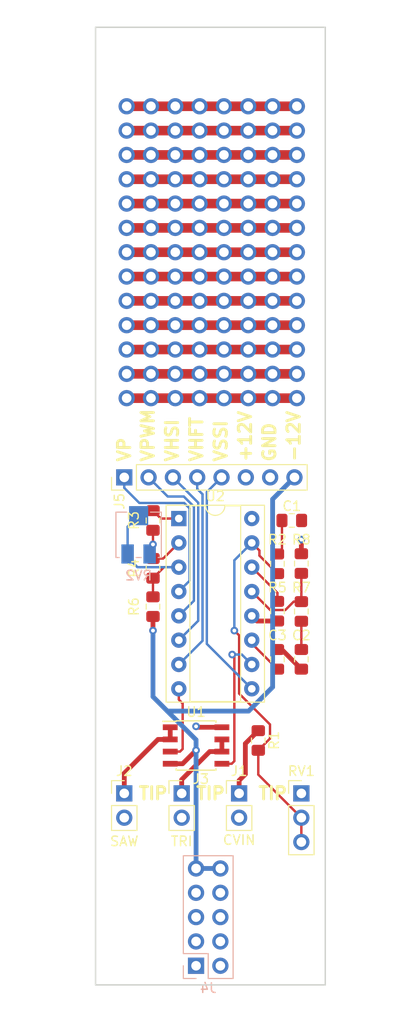
<source format=kicad_pcb>
(kicad_pcb (version 20171130) (host pcbnew 5.0.0+dfsg1-1)

  (general
    (thickness 1.6)
    (drawings 15)
    (tracks 130)
    (zones 0)
    (modules 37)
    (nets 24)
  )

  (page A4)
  (layers
    (0 F.Cu signal)
    (31 B.Cu signal)
    (32 B.Adhes user)
    (33 F.Adhes user)
    (34 B.Paste user)
    (35 F.Paste user)
    (36 B.SilkS user)
    (37 F.SilkS user)
    (38 B.Mask user)
    (39 F.Mask user)
    (40 Dwgs.User user)
    (41 Cmts.User user)
    (42 Eco1.User user)
    (43 Eco2.User user)
    (44 Edge.Cuts user)
    (45 Margin user)
    (46 B.CrtYd user)
    (47 F.CrtYd user)
    (48 B.Fab user)
    (49 F.Fab user)
  )

  (setup
    (last_trace_width 0.25)
    (user_trace_width 0.5)
    (user_trace_width 1)
    (trace_clearance 0.2)
    (zone_clearance 0.508)
    (zone_45_only no)
    (trace_min 0.2)
    (segment_width 0.2)
    (edge_width 0.15)
    (via_size 0.8)
    (via_drill 0.4)
    (via_min_size 0.4)
    (via_min_drill 0.3)
    (uvia_size 0.3)
    (uvia_drill 0.1)
    (uvias_allowed no)
    (uvia_min_size 0.2)
    (uvia_min_drill 0.1)
    (pcb_text_width 0.3)
    (pcb_text_size 1.5 1.5)
    (mod_edge_width 0.15)
    (mod_text_size 1 1)
    (mod_text_width 0.15)
    (pad_size 1.7 1.7)
    (pad_drill 1)
    (pad_to_mask_clearance 0.2)
    (aux_axis_origin 0 0)
    (visible_elements FFFFFF7F)
    (pcbplotparams
      (layerselection 0x010fc_ffffffff)
      (usegerberextensions false)
      (usegerberattributes false)
      (usegerberadvancedattributes false)
      (creategerberjobfile false)
      (excludeedgelayer true)
      (linewidth 0.100000)
      (plotframeref false)
      (viasonmask false)
      (mode 1)
      (useauxorigin false)
      (hpglpennumber 1)
      (hpglpenspeed 20)
      (hpglpendiameter 15.000000)
      (psnegative false)
      (psa4output false)
      (plotreference true)
      (plotvalue true)
      (plotinvisibletext false)
      (padsonsilk false)
      (subtractmaskfromsilk false)
      (outputformat 1)
      (mirror false)
      (drillshape 1)
      (scaleselection 1)
      (outputdirectory ""))
  )

  (net 0 "")
  (net 1 GND)
  (net 2 "Net-(C1-Pad2)")
  (net 3 "Net-(C2-Pad2)")
  (net 4 /CAP)
  (net 5 +12V)
  (net 6 -12V)
  (net 7 /VP)
  (net 8 /VPWM)
  (net 9 /VHSI)
  (net 10 /VHFT)
  (net 11 /VSSI)
  (net 12 /CVIN)
  (net 13 /VFCI)
  (net 14 /TUNE)
  (net 15 "Net-(R3-Pad1)")
  (net 16 "Net-(R4-Pad1)")
  (net 17 /VEE_R)
  (net 18 "Net-(R5-Pad1)")
  (net 19 /VLFI)
  (net 20 /SAW_OUT)
  (net 21 /VSO)
  (net 22 /VTO)
  (net 23 /TRI_OUT)

  (net_class Default "This is the default net class."
    (clearance 0.2)
    (trace_width 0.25)
    (via_dia 0.8)
    (via_drill 0.4)
    (uvia_dia 0.3)
    (uvia_drill 0.1)
    (add_net /CAP)
    (add_net /TUNE)
    (add_net /VEE_R)
    (add_net /VFCI)
    (add_net /VHFT)
    (add_net /VHSI)
    (add_net /VLFI)
    (add_net /VP)
    (add_net /VPWM)
    (add_net /VSO)
    (add_net /VSSI)
    (add_net /VTO)
    (add_net "Net-(C1-Pad2)")
    (add_net "Net-(C2-Pad2)")
    (add_net "Net-(R3-Pad1)")
    (add_net "Net-(R4-Pad1)")
    (add_net "Net-(R5-Pad1)")
  )

  (net_class Audio ""
    (clearance 0.4)
    (trace_width 0.5)
    (via_dia 0.8)
    (via_drill 0.4)
    (uvia_dia 0.3)
    (uvia_drill 0.1)
    (add_net /CVIN)
    (add_net /SAW_OUT)
    (add_net /TRI_OUT)
  )

  (net_class Power ""
    (clearance 0.3)
    (trace_width 0.5)
    (via_dia 0.8)
    (via_drill 0.4)
    (uvia_dia 0.3)
    (uvia_drill 0.1)
    (add_net +12V)
    (add_net -12V)
    (add_net GND)
  )

  (module Capacitor_SMD:C_0805_2012Metric_Pad1.15x1.40mm_HandSolder (layer F.Cu) (tedit 5B36C52B) (tstamp 5B94FA95)
    (at 140.5 138 90)
    (descr "Capacitor SMD 0805 (2012 Metric), square (rectangular) end terminal, IPC_7351 nominal with elongated pad for handsoldering. (Body size source: https://docs.google.com/spreadsheets/d/1BsfQQcO9C6DZCsRaXUlFlo91Tg2WpOkGARC1WS5S8t0/edit?usp=sharing), generated with kicad-footprint-generator")
    (tags "capacitor handsolder")
    (path /5B6D9F55)
    (attr smd)
    (fp_text reference C2 (at 2.5 0 -180) (layer F.SilkS)
      (effects (font (size 1 1) (thickness 0.15)))
    )
    (fp_text value 10nF (at 4 0 90) (layer F.Fab)
      (effects (font (size 1 1) (thickness 0.15)))
    )
    (fp_line (start -1 0.6) (end -1 -0.6) (layer F.Fab) (width 0.1))
    (fp_line (start -1 -0.6) (end 1 -0.6) (layer F.Fab) (width 0.1))
    (fp_line (start 1 -0.6) (end 1 0.6) (layer F.Fab) (width 0.1))
    (fp_line (start 1 0.6) (end -1 0.6) (layer F.Fab) (width 0.1))
    (fp_line (start -0.261252 -0.71) (end 0.261252 -0.71) (layer F.SilkS) (width 0.12))
    (fp_line (start -0.261252 0.71) (end 0.261252 0.71) (layer F.SilkS) (width 0.12))
    (fp_line (start -1.85 0.95) (end -1.85 -0.95) (layer F.CrtYd) (width 0.05))
    (fp_line (start -1.85 -0.95) (end 1.85 -0.95) (layer F.CrtYd) (width 0.05))
    (fp_line (start 1.85 -0.95) (end 1.85 0.95) (layer F.CrtYd) (width 0.05))
    (fp_line (start 1.85 0.95) (end -1.85 0.95) (layer F.CrtYd) (width 0.05))
    (fp_text user %R (at 0 0 90) (layer F.Fab)
      (effects (font (size 0.5 0.5) (thickness 0.08)))
    )
    (pad 1 smd roundrect (at -1.025 0 90) (size 1.15 1.4) (layers F.Cu F.Paste F.Mask) (roundrect_rratio 0.217391)
      (net 1 GND))
    (pad 2 smd roundrect (at 1.025 0 90) (size 1.15 1.4) (layers F.Cu F.Paste F.Mask) (roundrect_rratio 0.217391)
      (net 3 "Net-(C2-Pad2)"))
    (model ${KISYS3DMOD}/Capacitor_SMD.3dshapes/C_0805_2012Metric.wrl
      (at (xyz 0 0 0))
      (scale (xyz 1 1 1))
      (rotate (xyz 0 0 0))
    )
  )

  (module MountingHole:MountingHole_3.2mm_M3 (layer F.Cu) (tedit 5B70E923) (tstamp 5B963ACF)
    (at 139.5 168.5)
    (descr "Mounting Hole 3.2mm, no annular, M3")
    (tags "mounting hole 3.2mm no annular m3")
    (attr virtual)
    (fp_text reference REF** (at 0 -4.2) (layer Cmts.User) hide
      (effects (font (size 1 1) (thickness 0.15)))
    )
    (fp_text value MountingHole_3.2mm_M3 (at 2 6.76) (layer F.Fab)
      (effects (font (size 1 1) (thickness 0.15)))
    )
    (fp_text user %R (at 0.3 0) (layer F.Fab)
      (effects (font (size 1 1) (thickness 0.15)))
    )
    (fp_circle (center 0 0) (end 3.2 0) (layer Cmts.User) (width 0.15))
    (fp_circle (center 0 0) (end 3.45 0) (layer F.CrtYd) (width 0.05))
    (pad 1 np_thru_hole circle (at 0 0) (size 3.2 3.2) (drill 3.2) (layers *.Cu *.Mask))
  )

  (module Staticfree:Breadboard_1x08_P2.54mm (layer F.Cu) (tedit 5B70E7A8) (tstamp 5B960E62)
    (at 122.25 110.73 90)
    (descr "Through hole breadboard, 1x08, 2.54mm pitch, single row")
    (tags "Through hole breadboard THT 1x08 2.54mm single row")
    (fp_text reference REF** (at 0 -2.33 90) (layer Cmts.User) hide
      (effects (font (size 1 1) (thickness 0.15)))
    )
    (fp_text value Breadboard_1x08_P2.54mm (at 0 20.11 90) (layer Cmts.User) hide
      (effects (font (size 1 1) (thickness 0.15)))
    )
    (fp_text user %R (at 0 8.89 180) (layer F.Fab)
      (effects (font (size 1 1) (thickness 0.15)))
    )
    (pad "" thru_hole oval (at 0 17.78 90) (size 1.7 1.7) (drill 1) (layers *.Cu *.Mask))
    (pad "" thru_hole oval (at 0 15.24 90) (size 1.7 1.7) (drill 1) (layers *.Cu *.Mask))
    (pad "" thru_hole oval (at 0 12.7 90) (size 1.7 1.7) (drill 1) (layers *.Cu *.Mask))
    (pad "" thru_hole oval (at 0 10.16 90) (size 1.7 1.7) (drill 1) (layers *.Cu *.Mask))
    (pad "" thru_hole oval (at 0 7.62 90) (size 1.7 1.7) (drill 1) (layers *.Cu *.Mask))
    (pad "" thru_hole oval (at 0 5.08 90) (size 1.7 1.7) (drill 1) (layers *.Cu *.Mask))
    (pad "" thru_hole oval (at 0 2.54 90) (size 1.7 1.7) (drill 1) (layers *.Cu *.Mask))
    (pad "" thru_hole circle (at 0 0 90) (size 1.7 1.7) (drill 1) (layers *.Cu *.Mask))
  )

  (module Staticfree:Breadboard_1x08_P2.54mm (layer F.Cu) (tedit 5B70E7A8) (tstamp 5B960E62)
    (at 122.25 108.19 90)
    (descr "Through hole breadboard, 1x08, 2.54mm pitch, single row")
    (tags "Through hole breadboard THT 1x08 2.54mm single row")
    (fp_text reference REF** (at 0 -2.33 90) (layer Cmts.User) hide
      (effects (font (size 1 1) (thickness 0.15)))
    )
    (fp_text value Breadboard_1x08_P2.54mm (at 0 20.11 90) (layer Cmts.User) hide
      (effects (font (size 1 1) (thickness 0.15)))
    )
    (fp_text user %R (at 0 8.89 180) (layer F.Fab)
      (effects (font (size 1 1) (thickness 0.15)))
    )
    (pad "" thru_hole oval (at 0 17.78 90) (size 1.7 1.7) (drill 1) (layers *.Cu *.Mask))
    (pad "" thru_hole oval (at 0 15.24 90) (size 1.7 1.7) (drill 1) (layers *.Cu *.Mask))
    (pad "" thru_hole oval (at 0 12.7 90) (size 1.7 1.7) (drill 1) (layers *.Cu *.Mask))
    (pad "" thru_hole oval (at 0 10.16 90) (size 1.7 1.7) (drill 1) (layers *.Cu *.Mask))
    (pad "" thru_hole oval (at 0 7.62 90) (size 1.7 1.7) (drill 1) (layers *.Cu *.Mask))
    (pad "" thru_hole oval (at 0 5.08 90) (size 1.7 1.7) (drill 1) (layers *.Cu *.Mask))
    (pad "" thru_hole oval (at 0 2.54 90) (size 1.7 1.7) (drill 1) (layers *.Cu *.Mask))
    (pad "" thru_hole circle (at 0 0 90) (size 1.7 1.7) (drill 1) (layers *.Cu *.Mask))
  )

  (module Staticfree:Breadboard_1x08_P2.54mm (layer F.Cu) (tedit 5B70E7A8) (tstamp 5B960E62)
    (at 122.25 105.65 90)
    (descr "Through hole breadboard, 1x08, 2.54mm pitch, single row")
    (tags "Through hole breadboard THT 1x08 2.54mm single row")
    (fp_text reference REF** (at 0 -2.33 90) (layer Cmts.User) hide
      (effects (font (size 1 1) (thickness 0.15)))
    )
    (fp_text value Breadboard_1x08_P2.54mm (at 0 20.11 90) (layer Cmts.User) hide
      (effects (font (size 1 1) (thickness 0.15)))
    )
    (fp_text user %R (at 0 8.89 180) (layer F.Fab)
      (effects (font (size 1 1) (thickness 0.15)))
    )
    (pad "" thru_hole oval (at 0 17.78 90) (size 1.7 1.7) (drill 1) (layers *.Cu *.Mask))
    (pad "" thru_hole oval (at 0 15.24 90) (size 1.7 1.7) (drill 1) (layers *.Cu *.Mask))
    (pad "" thru_hole oval (at 0 12.7 90) (size 1.7 1.7) (drill 1) (layers *.Cu *.Mask))
    (pad "" thru_hole oval (at 0 10.16 90) (size 1.7 1.7) (drill 1) (layers *.Cu *.Mask))
    (pad "" thru_hole oval (at 0 7.62 90) (size 1.7 1.7) (drill 1) (layers *.Cu *.Mask))
    (pad "" thru_hole oval (at 0 5.08 90) (size 1.7 1.7) (drill 1) (layers *.Cu *.Mask))
    (pad "" thru_hole oval (at 0 2.54 90) (size 1.7 1.7) (drill 1) (layers *.Cu *.Mask))
    (pad "" thru_hole circle (at 0 0 90) (size 1.7 1.7) (drill 1) (layers *.Cu *.Mask))
  )

  (module Staticfree:Breadboard_1x08_P2.54mm (layer F.Cu) (tedit 5B70E7A8) (tstamp 5B960E62)
    (at 122.25 103.11 90)
    (descr "Through hole breadboard, 1x08, 2.54mm pitch, single row")
    (tags "Through hole breadboard THT 1x08 2.54mm single row")
    (fp_text reference REF** (at 0 -2.33 90) (layer Cmts.User) hide
      (effects (font (size 1 1) (thickness 0.15)))
    )
    (fp_text value Breadboard_1x08_P2.54mm (at 0 20.11 90) (layer Cmts.User) hide
      (effects (font (size 1 1) (thickness 0.15)))
    )
    (fp_text user %R (at 0 8.89 180) (layer F.Fab)
      (effects (font (size 1 1) (thickness 0.15)))
    )
    (pad "" thru_hole oval (at 0 17.78 90) (size 1.7 1.7) (drill 1) (layers *.Cu *.Mask))
    (pad "" thru_hole oval (at 0 15.24 90) (size 1.7 1.7) (drill 1) (layers *.Cu *.Mask))
    (pad "" thru_hole oval (at 0 12.7 90) (size 1.7 1.7) (drill 1) (layers *.Cu *.Mask))
    (pad "" thru_hole oval (at 0 10.16 90) (size 1.7 1.7) (drill 1) (layers *.Cu *.Mask))
    (pad "" thru_hole oval (at 0 7.62 90) (size 1.7 1.7) (drill 1) (layers *.Cu *.Mask))
    (pad "" thru_hole oval (at 0 5.08 90) (size 1.7 1.7) (drill 1) (layers *.Cu *.Mask))
    (pad "" thru_hole oval (at 0 2.54 90) (size 1.7 1.7) (drill 1) (layers *.Cu *.Mask))
    (pad "" thru_hole circle (at 0 0 90) (size 1.7 1.7) (drill 1) (layers *.Cu *.Mask))
  )

  (module Staticfree:Breadboard_1x08_P2.54mm (layer F.Cu) (tedit 5B70E7A8) (tstamp 5B960E62)
    (at 122.25 100.57 90)
    (descr "Through hole breadboard, 1x08, 2.54mm pitch, single row")
    (tags "Through hole breadboard THT 1x08 2.54mm single row")
    (fp_text reference REF** (at 0 -2.33 90) (layer Cmts.User) hide
      (effects (font (size 1 1) (thickness 0.15)))
    )
    (fp_text value Breadboard_1x08_P2.54mm (at 0 20.11 90) (layer Cmts.User) hide
      (effects (font (size 1 1) (thickness 0.15)))
    )
    (fp_text user %R (at 0 8.89 180) (layer F.Fab)
      (effects (font (size 1 1) (thickness 0.15)))
    )
    (pad "" thru_hole oval (at 0 17.78 90) (size 1.7 1.7) (drill 1) (layers *.Cu *.Mask))
    (pad "" thru_hole oval (at 0 15.24 90) (size 1.7 1.7) (drill 1) (layers *.Cu *.Mask))
    (pad "" thru_hole oval (at 0 12.7 90) (size 1.7 1.7) (drill 1) (layers *.Cu *.Mask))
    (pad "" thru_hole oval (at 0 10.16 90) (size 1.7 1.7) (drill 1) (layers *.Cu *.Mask))
    (pad "" thru_hole oval (at 0 7.62 90) (size 1.7 1.7) (drill 1) (layers *.Cu *.Mask))
    (pad "" thru_hole oval (at 0 5.08 90) (size 1.7 1.7) (drill 1) (layers *.Cu *.Mask))
    (pad "" thru_hole oval (at 0 2.54 90) (size 1.7 1.7) (drill 1) (layers *.Cu *.Mask))
    (pad "" thru_hole circle (at 0 0 90) (size 1.7 1.7) (drill 1) (layers *.Cu *.Mask))
  )

  (module Staticfree:Breadboard_1x08_P2.54mm (layer F.Cu) (tedit 5B70E7A8) (tstamp 5B960E62)
    (at 122.25 98.03 90)
    (descr "Through hole breadboard, 1x08, 2.54mm pitch, single row")
    (tags "Through hole breadboard THT 1x08 2.54mm single row")
    (fp_text reference REF** (at 0 -2.33 90) (layer Cmts.User) hide
      (effects (font (size 1 1) (thickness 0.15)))
    )
    (fp_text value Breadboard_1x08_P2.54mm (at 0 20.11 90) (layer Cmts.User) hide
      (effects (font (size 1 1) (thickness 0.15)))
    )
    (fp_text user %R (at 0 8.89 180) (layer F.Fab)
      (effects (font (size 1 1) (thickness 0.15)))
    )
    (pad "" thru_hole oval (at 0 17.78 90) (size 1.7 1.7) (drill 1) (layers *.Cu *.Mask))
    (pad "" thru_hole oval (at 0 15.24 90) (size 1.7 1.7) (drill 1) (layers *.Cu *.Mask))
    (pad "" thru_hole oval (at 0 12.7 90) (size 1.7 1.7) (drill 1) (layers *.Cu *.Mask))
    (pad "" thru_hole oval (at 0 10.16 90) (size 1.7 1.7) (drill 1) (layers *.Cu *.Mask))
    (pad "" thru_hole oval (at 0 7.62 90) (size 1.7 1.7) (drill 1) (layers *.Cu *.Mask))
    (pad "" thru_hole oval (at 0 5.08 90) (size 1.7 1.7) (drill 1) (layers *.Cu *.Mask))
    (pad "" thru_hole oval (at 0 2.54 90) (size 1.7 1.7) (drill 1) (layers *.Cu *.Mask))
    (pad "" thru_hole circle (at 0 0 90) (size 1.7 1.7) (drill 1) (layers *.Cu *.Mask))
  )

  (module Staticfree:Breadboard_1x08_P2.54mm (layer F.Cu) (tedit 5B70E7A8) (tstamp 5B960E62)
    (at 122.25 95.49 90)
    (descr "Through hole breadboard, 1x08, 2.54mm pitch, single row")
    (tags "Through hole breadboard THT 1x08 2.54mm single row")
    (fp_text reference REF** (at 0 -2.33 90) (layer Cmts.User) hide
      (effects (font (size 1 1) (thickness 0.15)))
    )
    (fp_text value Breadboard_1x08_P2.54mm (at 0 20.11 90) (layer Cmts.User) hide
      (effects (font (size 1 1) (thickness 0.15)))
    )
    (fp_text user %R (at 0 8.89 180) (layer F.Fab)
      (effects (font (size 1 1) (thickness 0.15)))
    )
    (pad "" thru_hole oval (at 0 17.78 90) (size 1.7 1.7) (drill 1) (layers *.Cu *.Mask))
    (pad "" thru_hole oval (at 0 15.24 90) (size 1.7 1.7) (drill 1) (layers *.Cu *.Mask))
    (pad "" thru_hole oval (at 0 12.7 90) (size 1.7 1.7) (drill 1) (layers *.Cu *.Mask))
    (pad "" thru_hole oval (at 0 10.16 90) (size 1.7 1.7) (drill 1) (layers *.Cu *.Mask))
    (pad "" thru_hole oval (at 0 7.62 90) (size 1.7 1.7) (drill 1) (layers *.Cu *.Mask))
    (pad "" thru_hole oval (at 0 5.08 90) (size 1.7 1.7) (drill 1) (layers *.Cu *.Mask))
    (pad "" thru_hole oval (at 0 2.54 90) (size 1.7 1.7) (drill 1) (layers *.Cu *.Mask))
    (pad "" thru_hole circle (at 0 0 90) (size 1.7 1.7) (drill 1) (layers *.Cu *.Mask))
  )

  (module Staticfree:Breadboard_1x08_P2.54mm (layer F.Cu) (tedit 5B70E7A8) (tstamp 5B960E62)
    (at 122.25 92.95 90)
    (descr "Through hole breadboard, 1x08, 2.54mm pitch, single row")
    (tags "Through hole breadboard THT 1x08 2.54mm single row")
    (fp_text reference REF** (at 0 -2.33 90) (layer Cmts.User) hide
      (effects (font (size 1 1) (thickness 0.15)))
    )
    (fp_text value Breadboard_1x08_P2.54mm (at 0 20.11 90) (layer Cmts.User) hide
      (effects (font (size 1 1) (thickness 0.15)))
    )
    (fp_text user %R (at 0 8.89 180) (layer F.Fab)
      (effects (font (size 1 1) (thickness 0.15)))
    )
    (pad "" thru_hole oval (at 0 17.78 90) (size 1.7 1.7) (drill 1) (layers *.Cu *.Mask))
    (pad "" thru_hole oval (at 0 15.24 90) (size 1.7 1.7) (drill 1) (layers *.Cu *.Mask))
    (pad "" thru_hole oval (at 0 12.7 90) (size 1.7 1.7) (drill 1) (layers *.Cu *.Mask))
    (pad "" thru_hole oval (at 0 10.16 90) (size 1.7 1.7) (drill 1) (layers *.Cu *.Mask))
    (pad "" thru_hole oval (at 0 7.62 90) (size 1.7 1.7) (drill 1) (layers *.Cu *.Mask))
    (pad "" thru_hole oval (at 0 5.08 90) (size 1.7 1.7) (drill 1) (layers *.Cu *.Mask))
    (pad "" thru_hole oval (at 0 2.54 90) (size 1.7 1.7) (drill 1) (layers *.Cu *.Mask))
    (pad "" thru_hole circle (at 0 0 90) (size 1.7 1.7) (drill 1) (layers *.Cu *.Mask))
  )

  (module Staticfree:Breadboard_1x08_P2.54mm (layer F.Cu) (tedit 5B70E7A8) (tstamp 5B960E62)
    (at 122.25 90.41 90)
    (descr "Through hole breadboard, 1x08, 2.54mm pitch, single row")
    (tags "Through hole breadboard THT 1x08 2.54mm single row")
    (fp_text reference REF** (at 0 -2.33 90) (layer Cmts.User) hide
      (effects (font (size 1 1) (thickness 0.15)))
    )
    (fp_text value Breadboard_1x08_P2.54mm (at 0 20.11 90) (layer Cmts.User) hide
      (effects (font (size 1 1) (thickness 0.15)))
    )
    (fp_text user %R (at 0 8.89 180) (layer F.Fab)
      (effects (font (size 1 1) (thickness 0.15)))
    )
    (pad "" thru_hole oval (at 0 17.78 90) (size 1.7 1.7) (drill 1) (layers *.Cu *.Mask))
    (pad "" thru_hole oval (at 0 15.24 90) (size 1.7 1.7) (drill 1) (layers *.Cu *.Mask))
    (pad "" thru_hole oval (at 0 12.7 90) (size 1.7 1.7) (drill 1) (layers *.Cu *.Mask))
    (pad "" thru_hole oval (at 0 10.16 90) (size 1.7 1.7) (drill 1) (layers *.Cu *.Mask))
    (pad "" thru_hole oval (at 0 7.62 90) (size 1.7 1.7) (drill 1) (layers *.Cu *.Mask))
    (pad "" thru_hole oval (at 0 5.08 90) (size 1.7 1.7) (drill 1) (layers *.Cu *.Mask))
    (pad "" thru_hole oval (at 0 2.54 90) (size 1.7 1.7) (drill 1) (layers *.Cu *.Mask))
    (pad "" thru_hole circle (at 0 0 90) (size 1.7 1.7) (drill 1) (layers *.Cu *.Mask))
  )

  (module Staticfree:Breadboard_1x08_P2.54mm (layer F.Cu) (tedit 5B70E7A8) (tstamp 5B960E62)
    (at 122.25 87.87 90)
    (descr "Through hole breadboard, 1x08, 2.54mm pitch, single row")
    (tags "Through hole breadboard THT 1x08 2.54mm single row")
    (fp_text reference REF** (at 0 -2.33 90) (layer Cmts.User) hide
      (effects (font (size 1 1) (thickness 0.15)))
    )
    (fp_text value Breadboard_1x08_P2.54mm (at 0 20.11 90) (layer Cmts.User) hide
      (effects (font (size 1 1) (thickness 0.15)))
    )
    (fp_text user %R (at 0 8.89 180) (layer F.Fab)
      (effects (font (size 1 1) (thickness 0.15)))
    )
    (pad "" thru_hole oval (at 0 17.78 90) (size 1.7 1.7) (drill 1) (layers *.Cu *.Mask))
    (pad "" thru_hole oval (at 0 15.24 90) (size 1.7 1.7) (drill 1) (layers *.Cu *.Mask))
    (pad "" thru_hole oval (at 0 12.7 90) (size 1.7 1.7) (drill 1) (layers *.Cu *.Mask))
    (pad "" thru_hole oval (at 0 10.16 90) (size 1.7 1.7) (drill 1) (layers *.Cu *.Mask))
    (pad "" thru_hole oval (at 0 7.62 90) (size 1.7 1.7) (drill 1) (layers *.Cu *.Mask))
    (pad "" thru_hole oval (at 0 5.08 90) (size 1.7 1.7) (drill 1) (layers *.Cu *.Mask))
    (pad "" thru_hole oval (at 0 2.54 90) (size 1.7 1.7) (drill 1) (layers *.Cu *.Mask))
    (pad "" thru_hole circle (at 0 0 90) (size 1.7 1.7) (drill 1) (layers *.Cu *.Mask))
  )

  (module Staticfree:Breadboard_1x08_P2.54mm (layer F.Cu) (tedit 5B70E7A8) (tstamp 5B960E62)
    (at 122.25 85.33 90)
    (descr "Through hole breadboard, 1x08, 2.54mm pitch, single row")
    (tags "Through hole breadboard THT 1x08 2.54mm single row")
    (fp_text reference REF** (at 0 -2.33 90) (layer Cmts.User) hide
      (effects (font (size 1 1) (thickness 0.15)))
    )
    (fp_text value Breadboard_1x08_P2.54mm (at 0 20.11 90) (layer Cmts.User) hide
      (effects (font (size 1 1) (thickness 0.15)))
    )
    (fp_text user %R (at 0 8.89 180) (layer F.Fab)
      (effects (font (size 1 1) (thickness 0.15)))
    )
    (pad "" thru_hole oval (at 0 17.78 90) (size 1.7 1.7) (drill 1) (layers *.Cu *.Mask))
    (pad "" thru_hole oval (at 0 15.24 90) (size 1.7 1.7) (drill 1) (layers *.Cu *.Mask))
    (pad "" thru_hole oval (at 0 12.7 90) (size 1.7 1.7) (drill 1) (layers *.Cu *.Mask))
    (pad "" thru_hole oval (at 0 10.16 90) (size 1.7 1.7) (drill 1) (layers *.Cu *.Mask))
    (pad "" thru_hole oval (at 0 7.62 90) (size 1.7 1.7) (drill 1) (layers *.Cu *.Mask))
    (pad "" thru_hole oval (at 0 5.08 90) (size 1.7 1.7) (drill 1) (layers *.Cu *.Mask))
    (pad "" thru_hole oval (at 0 2.54 90) (size 1.7 1.7) (drill 1) (layers *.Cu *.Mask))
    (pad "" thru_hole circle (at 0 0 90) (size 1.7 1.7) (drill 1) (layers *.Cu *.Mask))
  )

  (module Staticfree:Breadboard_1x08_P2.54mm (layer F.Cu) (tedit 5B70E7A8) (tstamp 5B960E62)
    (at 122.25 82.79 90)
    (descr "Through hole breadboard, 1x08, 2.54mm pitch, single row")
    (tags "Through hole breadboard THT 1x08 2.54mm single row")
    (fp_text reference REF** (at 0 -2.33 90) (layer Cmts.User) hide
      (effects (font (size 1 1) (thickness 0.15)))
    )
    (fp_text value Breadboard_1x08_P2.54mm (at 0 20.11 90) (layer Cmts.User) hide
      (effects (font (size 1 1) (thickness 0.15)))
    )
    (fp_text user %R (at 0 8.89 180) (layer F.Fab)
      (effects (font (size 1 1) (thickness 0.15)))
    )
    (pad "" thru_hole oval (at 0 17.78 90) (size 1.7 1.7) (drill 1) (layers *.Cu *.Mask))
    (pad "" thru_hole oval (at 0 15.24 90) (size 1.7 1.7) (drill 1) (layers *.Cu *.Mask))
    (pad "" thru_hole oval (at 0 12.7 90) (size 1.7 1.7) (drill 1) (layers *.Cu *.Mask))
    (pad "" thru_hole oval (at 0 10.16 90) (size 1.7 1.7) (drill 1) (layers *.Cu *.Mask))
    (pad "" thru_hole oval (at 0 7.62 90) (size 1.7 1.7) (drill 1) (layers *.Cu *.Mask))
    (pad "" thru_hole oval (at 0 5.08 90) (size 1.7 1.7) (drill 1) (layers *.Cu *.Mask))
    (pad "" thru_hole oval (at 0 2.54 90) (size 1.7 1.7) (drill 1) (layers *.Cu *.Mask))
    (pad "" thru_hole circle (at 0 0 90) (size 1.7 1.7) (drill 1) (layers *.Cu *.Mask))
  )

  (module Package_DIP:DIP-16_W7.62mm_Socket (layer F.Cu) (tedit 5A02E8C5) (tstamp 5B94FA2F)
    (at 127.7 123.3)
    (descr "16-lead though-hole mounted DIP package, row spacing 7.62 mm (300 mils), Socket")
    (tags "THT DIP DIL PDIP 2.54mm 7.62mm 300mil Socket")
    (path /5B6CEFB9)
    (fp_text reference U2 (at 3.81 -2.33) (layer F.SilkS)
      (effects (font (size 1 1) (thickness 0.15)))
    )
    (fp_text value AS3340 (at 3.81 20.11) (layer F.Fab)
      (effects (font (size 1 1) (thickness 0.15)))
    )
    (fp_arc (start 3.81 -1.33) (end 2.81 -1.33) (angle -180) (layer F.SilkS) (width 0.12))
    (fp_line (start 1.635 -1.27) (end 6.985 -1.27) (layer F.Fab) (width 0.1))
    (fp_line (start 6.985 -1.27) (end 6.985 19.05) (layer F.Fab) (width 0.1))
    (fp_line (start 6.985 19.05) (end 0.635 19.05) (layer F.Fab) (width 0.1))
    (fp_line (start 0.635 19.05) (end 0.635 -0.27) (layer F.Fab) (width 0.1))
    (fp_line (start 0.635 -0.27) (end 1.635 -1.27) (layer F.Fab) (width 0.1))
    (fp_line (start -1.27 -1.33) (end -1.27 19.11) (layer F.Fab) (width 0.1))
    (fp_line (start -1.27 19.11) (end 8.89 19.11) (layer F.Fab) (width 0.1))
    (fp_line (start 8.89 19.11) (end 8.89 -1.33) (layer F.Fab) (width 0.1))
    (fp_line (start 8.89 -1.33) (end -1.27 -1.33) (layer F.Fab) (width 0.1))
    (fp_line (start 2.81 -1.33) (end 1.16 -1.33) (layer F.SilkS) (width 0.12))
    (fp_line (start 1.16 -1.33) (end 1.16 19.11) (layer F.SilkS) (width 0.12))
    (fp_line (start 1.16 19.11) (end 6.46 19.11) (layer F.SilkS) (width 0.12))
    (fp_line (start 6.46 19.11) (end 6.46 -1.33) (layer F.SilkS) (width 0.12))
    (fp_line (start 6.46 -1.33) (end 4.81 -1.33) (layer F.SilkS) (width 0.12))
    (fp_line (start -1.33 -1.39) (end -1.33 19.17) (layer F.SilkS) (width 0.12))
    (fp_line (start -1.33 19.17) (end 8.95 19.17) (layer F.SilkS) (width 0.12))
    (fp_line (start 8.95 19.17) (end 8.95 -1.39) (layer F.SilkS) (width 0.12))
    (fp_line (start 8.95 -1.39) (end -1.33 -1.39) (layer F.SilkS) (width 0.12))
    (fp_line (start -1.55 -1.6) (end -1.55 19.4) (layer F.CrtYd) (width 0.05))
    (fp_line (start -1.55 19.4) (end 9.15 19.4) (layer F.CrtYd) (width 0.05))
    (fp_line (start 9.15 19.4) (end 9.15 -1.6) (layer F.CrtYd) (width 0.05))
    (fp_line (start 9.15 -1.6) (end -1.55 -1.6) (layer F.CrtYd) (width 0.05))
    (fp_text user %R (at 3.81 8.89) (layer F.Fab)
      (effects (font (size 1 1) (thickness 0.15)))
    )
    (pad 1 thru_hole rect (at 0 0) (size 1.6 1.6) (drill 0.8) (layers *.Cu *.Mask)
      (net 15 "Net-(R3-Pad1)"))
    (pad 9 thru_hole oval (at 7.62 17.78) (size 1.6 1.6) (drill 0.8) (layers *.Cu *.Mask)
      (net 11 /VSSI))
    (pad 2 thru_hole oval (at 0 2.54) (size 1.6 1.6) (drill 0.8) (layers *.Cu *.Mask)
      (net 16 "Net-(R4-Pad1)"))
    (pad 10 thru_hole oval (at 7.62 15.24) (size 1.6 1.6) (drill 0.8) (layers *.Cu *.Mask)
      (net 22 /VTO))
    (pad 3 thru_hole oval (at 0 5.08) (size 1.6 1.6) (drill 0.8) (layers *.Cu *.Mask)
      (net 17 /VEE_R))
    (pad 11 thru_hole oval (at 7.62 12.7) (size 1.6 1.6) (drill 0.8) (layers *.Cu *.Mask)
      (net 4 /CAP))
    (pad 4 thru_hole oval (at 0 7.62) (size 1.6 1.6) (drill 0.8) (layers *.Cu *.Mask)
      (net 7 /VP))
    (pad 12 thru_hole oval (at 7.62 10.16) (size 1.6 1.6) (drill 0.8) (layers *.Cu *.Mask)
      (net 1 GND))
    (pad 5 thru_hole oval (at 0 10.16) (size 1.6 1.6) (drill 0.8) (layers *.Cu *.Mask)
      (net 8 /VPWM))
    (pad 13 thru_hole oval (at 7.62 7.62) (size 1.6 1.6) (drill 0.8) (layers *.Cu *.Mask)
      (net 19 /VLFI))
    (pad 6 thru_hole oval (at 0 12.7) (size 1.6 1.6) (drill 0.8) (layers *.Cu *.Mask)
      (net 9 /VHSI))
    (pad 14 thru_hole oval (at 7.62 5.08) (size 1.6 1.6) (drill 0.8) (layers *.Cu *.Mask)
      (net 18 "Net-(R5-Pad1)"))
    (pad 7 thru_hole oval (at 0 15.24) (size 1.6 1.6) (drill 0.8) (layers *.Cu *.Mask)
      (net 10 /VHFT))
    (pad 15 thru_hole oval (at 7.62 2.54) (size 1.6 1.6) (drill 0.8) (layers *.Cu *.Mask)
      (net 13 /VFCI))
    (pad 8 thru_hole oval (at 0 17.78) (size 1.6 1.6) (drill 0.8) (layers *.Cu *.Mask)
      (net 21 /VSO))
    (pad 16 thru_hole oval (at 7.62 0) (size 1.6 1.6) (drill 0.8) (layers *.Cu *.Mask)
      (net 5 +12V))
    (model ${KISYS3DMOD}/Package_DIP.3dshapes/DIP-16_W7.62mm_Socket.wrl
      (at (xyz 0 0 0))
      (scale (xyz 1 1 1))
      (rotate (xyz 0 0 0))
    )
  )

  (module Capacitor_SMD:C_0805_2012Metric_Pad1.15x1.40mm_HandSolder (layer F.Cu) (tedit 5B36C52B) (tstamp 5B94F969)
    (at 139.5 123.5 180)
    (descr "Capacitor SMD 0805 (2012 Metric), square (rectangular) end terminal, IPC_7351 nominal with elongated pad for handsoldering. (Body size source: https://docs.google.com/spreadsheets/d/1BsfQQcO9C6DZCsRaXUlFlo91Tg2WpOkGARC1WS5S8t0/edit?usp=sharing), generated with kicad-footprint-generator")
    (tags "capacitor handsolder")
    (path /5B6E4C2B)
    (attr smd)
    (fp_text reference C1 (at 0 1.5 180) (layer F.SilkS)
      (effects (font (size 1 1) (thickness 0.15)))
    )
    (fp_text value 10nF (at 0 1.65 180) (layer F.Fab)
      (effects (font (size 1 1) (thickness 0.15)))
    )
    (fp_line (start -1 0.6) (end -1 -0.6) (layer F.Fab) (width 0.1))
    (fp_line (start -1 -0.6) (end 1 -0.6) (layer F.Fab) (width 0.1))
    (fp_line (start 1 -0.6) (end 1 0.6) (layer F.Fab) (width 0.1))
    (fp_line (start 1 0.6) (end -1 0.6) (layer F.Fab) (width 0.1))
    (fp_line (start -0.261252 -0.71) (end 0.261252 -0.71) (layer F.SilkS) (width 0.12))
    (fp_line (start -0.261252 0.71) (end 0.261252 0.71) (layer F.SilkS) (width 0.12))
    (fp_line (start -1.85 0.95) (end -1.85 -0.95) (layer F.CrtYd) (width 0.05))
    (fp_line (start -1.85 -0.95) (end 1.85 -0.95) (layer F.CrtYd) (width 0.05))
    (fp_line (start 1.85 -0.95) (end 1.85 0.95) (layer F.CrtYd) (width 0.05))
    (fp_line (start 1.85 0.95) (end -1.85 0.95) (layer F.CrtYd) (width 0.05))
    (fp_text user %R (at 0 0 180) (layer F.Fab)
      (effects (font (size 0.5 0.5) (thickness 0.08)))
    )
    (pad 1 smd roundrect (at -1.025 0 180) (size 1.15 1.4) (layers F.Cu F.Paste F.Mask) (roundrect_rratio 0.217391)
      (net 1 GND))
    (pad 2 smd roundrect (at 1.025 0 180) (size 1.15 1.4) (layers F.Cu F.Paste F.Mask) (roundrect_rratio 0.217391)
      (net 2 "Net-(C1-Pad2)"))
    (model ${KISYS3DMOD}/Capacitor_SMD.3dshapes/C_0805_2012Metric.wrl
      (at (xyz 0 0 0))
      (scale (xyz 1 1 1))
      (rotate (xyz 0 0 0))
    )
  )

  (module Capacitor_SMD:C_0805_2012Metric_Pad1.15x1.40mm_HandSolder (layer F.Cu) (tedit 5B36C52B) (tstamp 5B94F999)
    (at 138 138 90)
    (descr "Capacitor SMD 0805 (2012 Metric), square (rectangular) end terminal, IPC_7351 nominal with elongated pad for handsoldering. (Body size source: https://docs.google.com/spreadsheets/d/1BsfQQcO9C6DZCsRaXUlFlo91Tg2WpOkGARC1WS5S8t0/edit?usp=sharing), generated with kicad-footprint-generator")
    (tags "capacitor handsolder")
    (path /5B6D6734)
    (attr smd)
    (fp_text reference C3 (at 2.5 0 180) (layer F.SilkS)
      (effects (font (size 1 1) (thickness 0.15)))
    )
    (fp_text value 1nF (at -3.5 0 90) (layer F.Fab)
      (effects (font (size 1 1) (thickness 0.15)))
    )
    (fp_text user %R (at 0 0 90) (layer F.Fab)
      (effects (font (size 0.5 0.5) (thickness 0.08)))
    )
    (fp_line (start 1.85 0.95) (end -1.85 0.95) (layer F.CrtYd) (width 0.05))
    (fp_line (start 1.85 -0.95) (end 1.85 0.95) (layer F.CrtYd) (width 0.05))
    (fp_line (start -1.85 -0.95) (end 1.85 -0.95) (layer F.CrtYd) (width 0.05))
    (fp_line (start -1.85 0.95) (end -1.85 -0.95) (layer F.CrtYd) (width 0.05))
    (fp_line (start -0.261252 0.71) (end 0.261252 0.71) (layer F.SilkS) (width 0.12))
    (fp_line (start -0.261252 -0.71) (end 0.261252 -0.71) (layer F.SilkS) (width 0.12))
    (fp_line (start 1 0.6) (end -1 0.6) (layer F.Fab) (width 0.1))
    (fp_line (start 1 -0.6) (end 1 0.6) (layer F.Fab) (width 0.1))
    (fp_line (start -1 -0.6) (end 1 -0.6) (layer F.Fab) (width 0.1))
    (fp_line (start -1 0.6) (end -1 -0.6) (layer F.Fab) (width 0.1))
    (pad 2 smd roundrect (at 1.025 0 90) (size 1.15 1.4) (layers F.Cu F.Paste F.Mask) (roundrect_rratio 0.217391)
      (net 1 GND))
    (pad 1 smd roundrect (at -1.025 0 90) (size 1.15 1.4) (layers F.Cu F.Paste F.Mask) (roundrect_rratio 0.217391)
      (net 4 /CAP))
    (model ${KISYS3DMOD}/Capacitor_SMD.3dshapes/C_0805_2012Metric.wrl
      (at (xyz 0 0 0))
      (scale (xyz 1 1 1))
      (rotate (xyz 0 0 0))
    )
  )

  (module Connector_PinHeader_2.54mm:PinHeader_1x02_P2.54mm_Vertical (layer F.Cu) (tedit 5B70E9AA) (tstamp 5B94DF2C)
    (at 134 152)
    (descr "Through hole straight pin header, 1x02, 2.54mm pitch, single row")
    (tags "Through hole pin header THT 1x02 2.54mm single row")
    (path /5B713617)
    (fp_text reference J1 (at 0 -2.33) (layer F.SilkS)
      (effects (font (size 1 1) (thickness 0.15)))
    )
    (fp_text value CVIN (at 0 4.87) (layer F.SilkS)
      (effects (font (size 1 1) (thickness 0.15)))
    )
    (fp_line (start -0.635 -1.27) (end 1.27 -1.27) (layer F.Fab) (width 0.1))
    (fp_line (start 1.27 -1.27) (end 1.27 3.81) (layer F.Fab) (width 0.1))
    (fp_line (start 1.27 3.81) (end -1.27 3.81) (layer F.Fab) (width 0.1))
    (fp_line (start -1.27 3.81) (end -1.27 -0.635) (layer F.Fab) (width 0.1))
    (fp_line (start -1.27 -0.635) (end -0.635 -1.27) (layer F.Fab) (width 0.1))
    (fp_line (start -1.33 3.87) (end 1.33 3.87) (layer F.SilkS) (width 0.12))
    (fp_line (start -1.33 1.27) (end -1.33 3.87) (layer F.SilkS) (width 0.12))
    (fp_line (start 1.33 1.27) (end 1.33 3.87) (layer F.SilkS) (width 0.12))
    (fp_line (start -1.33 1.27) (end 1.33 1.27) (layer F.SilkS) (width 0.12))
    (fp_line (start -1.33 0) (end -1.33 -1.33) (layer F.SilkS) (width 0.12))
    (fp_line (start -1.33 -1.33) (end 0 -1.33) (layer F.SilkS) (width 0.12))
    (fp_line (start -1.8 -1.8) (end -1.8 4.35) (layer F.CrtYd) (width 0.05))
    (fp_line (start -1.8 4.35) (end 1.8 4.35) (layer F.CrtYd) (width 0.05))
    (fp_line (start 1.8 4.35) (end 1.8 -1.8) (layer F.CrtYd) (width 0.05))
    (fp_line (start 1.8 -1.8) (end -1.8 -1.8) (layer F.CrtYd) (width 0.05))
    (fp_text user %R (at 0 1.27 90) (layer F.Fab)
      (effects (font (size 1 1) (thickness 0.15)))
    )
    (pad 1 thru_hole rect (at 0 0) (size 1.7 1.7) (drill 1) (layers *.Cu *.Mask)
      (net 12 /CVIN))
    (pad 2 thru_hole oval (at 0 2.54) (size 1.7 1.7) (drill 1) (layers *.Cu *.Mask)
      (net 1 GND))
    (model ${KISYS3DMOD}/Connector_PinHeader_2.54mm.3dshapes/PinHeader_1x02_P2.54mm_Vertical.wrl
      (at (xyz 0 0 0))
      (scale (xyz 1 1 1))
      (rotate (xyz 0 0 0))
    )
  )

  (module Resistor_SMD:R_0805_2012Metric_Pad1.15x1.40mm_HandSolder (layer F.Cu) (tedit 5B6D29BF) (tstamp 5B94DEC7)
    (at 136 146.475 270)
    (descr "Resistor SMD 0805 (2012 Metric), square (rectangular) end terminal, IPC_7351 nominal with elongated pad for handsoldering. (Body size source: https://docs.google.com/spreadsheets/d/1BsfQQcO9C6DZCsRaXUlFlo91Tg2WpOkGARC1WS5S8t0/edit?usp=sharing), generated with kicad-footprint-generator")
    (tags "resistor handsolder")
    (path /5B6E0933)
    (attr smd)
    (fp_text reference R1 (at 0 -1.65 270) (layer F.SilkS)
      (effects (font (size 1 1) (thickness 0.15)))
    )
    (fp_text value 100K (at 0 1.65 270) (layer F.Fab)
      (effects (font (size 1 1) (thickness 0.15)))
    )
    (fp_line (start -1 0.6) (end -1 -0.6) (layer F.Fab) (width 0.1))
    (fp_line (start -1 -0.6) (end 1 -0.6) (layer F.Fab) (width 0.1))
    (fp_line (start 1 -0.6) (end 1 0.6) (layer F.Fab) (width 0.1))
    (fp_line (start 1 0.6) (end -1 0.6) (layer F.Fab) (width 0.1))
    (fp_line (start -0.261252 -0.71) (end 0.261252 -0.71) (layer F.SilkS) (width 0.12))
    (fp_line (start -0.261252 0.71) (end 0.261252 0.71) (layer F.SilkS) (width 0.12))
    (fp_line (start -1.85 0.95) (end -1.85 -0.95) (layer F.CrtYd) (width 0.05))
    (fp_line (start -1.85 -0.95) (end 1.85 -0.95) (layer F.CrtYd) (width 0.05))
    (fp_line (start 1.85 -0.95) (end 1.85 0.95) (layer F.CrtYd) (width 0.05))
    (fp_line (start 1.85 0.95) (end -1.85 0.95) (layer F.CrtYd) (width 0.05))
    (fp_text user %R (at 0 0 270) (layer F.Fab)
      (effects (font (size 0.5 0.5) (thickness 0.08)))
    )
    (pad 1 smd roundrect (at -1.025 0 270) (size 1.15 1.4) (layers F.Cu F.Paste F.Mask) (roundrect_rratio 0.217391)
      (net 12 /CVIN))
    (pad 2 smd roundrect (at 1.025 0 270) (size 1.15 1.4) (layers F.Cu F.Paste F.Mask) (roundrect_rratio 0.217391)
      (net 13 /VFCI))
    (model ${KISYS3DMOD}/Resistor_SMD.3dshapes/R_0805_2012Metric.wrl
      (at (xyz 0 0 0))
      (scale (xyz 1 1 1))
      (rotate (xyz 0 0 0))
    )
  )

  (module Resistor_SMD:R_0805_2012Metric_Pad1.15x1.40mm_HandSolder (layer F.Cu) (tedit 5B36C52B) (tstamp 5B94FAF5)
    (at 138 128.025 270)
    (descr "Resistor SMD 0805 (2012 Metric), square (rectangular) end terminal, IPC_7351 nominal with elongated pad for handsoldering. (Body size source: https://docs.google.com/spreadsheets/d/1BsfQQcO9C6DZCsRaXUlFlo91Tg2WpOkGARC1WS5S8t0/edit?usp=sharing), generated with kicad-footprint-generator")
    (tags "resistor handsolder")
    (path /5B6E40B9)
    (attr smd)
    (fp_text reference R2 (at -2.525 0) (layer F.SilkS)
      (effects (font (size 1 1) (thickness 0.15)))
    )
    (fp_text value 470K (at 0 1.65 270) (layer F.Fab)
      (effects (font (size 1 1) (thickness 0.15)))
    )
    (fp_line (start -1 0.6) (end -1 -0.6) (layer F.Fab) (width 0.1))
    (fp_line (start -1 -0.6) (end 1 -0.6) (layer F.Fab) (width 0.1))
    (fp_line (start 1 -0.6) (end 1 0.6) (layer F.Fab) (width 0.1))
    (fp_line (start 1 0.6) (end -1 0.6) (layer F.Fab) (width 0.1))
    (fp_line (start -0.261252 -0.71) (end 0.261252 -0.71) (layer F.SilkS) (width 0.12))
    (fp_line (start -0.261252 0.71) (end 0.261252 0.71) (layer F.SilkS) (width 0.12))
    (fp_line (start -1.85 0.95) (end -1.85 -0.95) (layer F.CrtYd) (width 0.05))
    (fp_line (start -1.85 -0.95) (end 1.85 -0.95) (layer F.CrtYd) (width 0.05))
    (fp_line (start 1.85 -0.95) (end 1.85 0.95) (layer F.CrtYd) (width 0.05))
    (fp_line (start 1.85 0.95) (end -1.85 0.95) (layer F.CrtYd) (width 0.05))
    (fp_text user %R (at 0 0 270) (layer F.Fab)
      (effects (font (size 0.5 0.5) (thickness 0.08)))
    )
    (pad 1 smd roundrect (at -1.025 0 270) (size 1.15 1.4) (layers F.Cu F.Paste F.Mask) (roundrect_rratio 0.217391)
      (net 2 "Net-(C1-Pad2)"))
    (pad 2 smd roundrect (at 1.025 0 270) (size 1.15 1.4) (layers F.Cu F.Paste F.Mask) (roundrect_rratio 0.217391)
      (net 13 /VFCI))
    (model ${KISYS3DMOD}/Resistor_SMD.3dshapes/R_0805_2012Metric.wrl
      (at (xyz 0 0 0))
      (scale (xyz 1 1 1))
      (rotate (xyz 0 0 0))
    )
  )

  (module Resistor_SMD:R_0805_2012Metric_Pad1.15x1.40mm_HandSolder (layer F.Cu) (tedit 5B36C52B) (tstamp 5B94FBD0)
    (at 125 123.5 270)
    (descr "Resistor SMD 0805 (2012 Metric), square (rectangular) end terminal, IPC_7351 nominal with elongated pad for handsoldering. (Body size source: https://docs.google.com/spreadsheets/d/1BsfQQcO9C6DZCsRaXUlFlo91Tg2WpOkGARC1WS5S8t0/edit?usp=sharing), generated with kicad-footprint-generator")
    (tags "resistor handsolder")
    (path /5B6CF631)
    (attr smd)
    (fp_text reference R3 (at 0 2 270) (layer F.SilkS)
      (effects (font (size 1 1) (thickness 0.15)))
    )
    (fp_text value 24K (at 0 1.65 270) (layer F.Fab)
      (effects (font (size 1 1) (thickness 0.15)))
    )
    (fp_text user %R (at 0 0 270) (layer F.Fab)
      (effects (font (size 0.5 0.5) (thickness 0.08)))
    )
    (fp_line (start 1.85 0.95) (end -1.85 0.95) (layer F.CrtYd) (width 0.05))
    (fp_line (start 1.85 -0.95) (end 1.85 0.95) (layer F.CrtYd) (width 0.05))
    (fp_line (start -1.85 -0.95) (end 1.85 -0.95) (layer F.CrtYd) (width 0.05))
    (fp_line (start -1.85 0.95) (end -1.85 -0.95) (layer F.CrtYd) (width 0.05))
    (fp_line (start -0.261252 0.71) (end 0.261252 0.71) (layer F.SilkS) (width 0.12))
    (fp_line (start -0.261252 -0.71) (end 0.261252 -0.71) (layer F.SilkS) (width 0.12))
    (fp_line (start 1 0.6) (end -1 0.6) (layer F.Fab) (width 0.1))
    (fp_line (start 1 -0.6) (end 1 0.6) (layer F.Fab) (width 0.1))
    (fp_line (start -1 -0.6) (end 1 -0.6) (layer F.Fab) (width 0.1))
    (fp_line (start -1 0.6) (end -1 -0.6) (layer F.Fab) (width 0.1))
    (pad 2 smd roundrect (at 1.025 0 270) (size 1.15 1.4) (layers F.Cu F.Paste F.Mask) (roundrect_rratio 0.217391)
      (net 14 /TUNE))
    (pad 1 smd roundrect (at -1.025 0 270) (size 1.15 1.4) (layers F.Cu F.Paste F.Mask) (roundrect_rratio 0.217391)
      (net 15 "Net-(R3-Pad1)"))
    (model ${KISYS3DMOD}/Resistor_SMD.3dshapes/R_0805_2012Metric.wrl
      (at (xyz 0 0 0))
      (scale (xyz 1 1 1))
      (rotate (xyz 0 0 0))
    )
  )

  (module Resistor_SMD:R_0805_2012Metric_Pad1.15x1.40mm_HandSolder (layer F.Cu) (tedit 5B6D2BCD) (tstamp 5BA5F2AB)
    (at 125 128.5 270)
    (descr "Resistor SMD 0805 (2012 Metric), square (rectangular) end terminal, IPC_7351 nominal with elongated pad for handsoldering. (Body size source: https://docs.google.com/spreadsheets/d/1BsfQQcO9C6DZCsRaXUlFlo91Tg2WpOkGARC1WS5S8t0/edit?usp=sharing), generated with kicad-footprint-generator")
    (tags "resistor handsolder")
    (path /5B6CF784)
    (attr smd)
    (fp_text reference R4 (at 0 2 270) (layer F.SilkS)
      (effects (font (size 1 1) (thickness 0.15)))
    )
    (fp_text value 5.6K (at 0 1.65 270) (layer F.Fab)
      (effects (font (size 1 1) (thickness 0.15)))
    )
    (fp_line (start -1 0.6) (end -1 -0.6) (layer F.Fab) (width 0.1))
    (fp_line (start -1 -0.6) (end 1 -0.6) (layer F.Fab) (width 0.1))
    (fp_line (start 1 -0.6) (end 1 0.6) (layer F.Fab) (width 0.1))
    (fp_line (start 1 0.6) (end -1 0.6) (layer F.Fab) (width 0.1))
    (fp_line (start -0.261252 -0.71) (end 0.261252 -0.71) (layer F.SilkS) (width 0.12))
    (fp_line (start -0.261252 0.71) (end 0.261252 0.71) (layer F.SilkS) (width 0.12))
    (fp_line (start -1.85 0.95) (end -1.85 -0.95) (layer F.CrtYd) (width 0.05))
    (fp_line (start -1.85 -0.95) (end 1.85 -0.95) (layer F.CrtYd) (width 0.05))
    (fp_line (start 1.85 -0.95) (end 1.85 0.95) (layer F.CrtYd) (width 0.05))
    (fp_line (start 1.85 0.95) (end -1.85 0.95) (layer F.CrtYd) (width 0.05))
    (fp_text user %R (at 0 0 270) (layer F.Fab)
      (effects (font (size 0.5 0.5) (thickness 0.08)))
    )
    (pad 1 smd roundrect (at -1.025 0 270) (size 1.15 1.4) (layers F.Cu F.Paste F.Mask) (roundrect_rratio 0.217391)
      (net 16 "Net-(R4-Pad1)"))
    (pad 2 smd roundrect (at 1.025 0 270) (size 1.15 1.4) (layers F.Cu F.Paste F.Mask) (roundrect_rratio 0.217391)
      (net 17 /VEE_R))
    (model ${KISYS3DMOD}/Resistor_SMD.3dshapes/R_0805_2012Metric.wrl
      (at (xyz 0 0 0))
      (scale (xyz 1 1 1))
      (rotate (xyz 0 0 0))
    )
  )

  (module Resistor_SMD:R_0805_2012Metric_Pad1.15x1.40mm_HandSolder (layer F.Cu) (tedit 5B36C52B) (tstamp 5B94FB55)
    (at 138 132.975 270)
    (descr "Resistor SMD 0805 (2012 Metric), square (rectangular) end terminal, IPC_7351 nominal with elongated pad for handsoldering. (Body size source: https://docs.google.com/spreadsheets/d/1BsfQQcO9C6DZCsRaXUlFlo91Tg2WpOkGARC1WS5S8t0/edit?usp=sharing), generated with kicad-footprint-generator")
    (tags "resistor handsolder")
    (path /5B6D53A2)
    (attr smd)
    (fp_text reference R5 (at -2.475 0) (layer F.SilkS)
      (effects (font (size 1 1) (thickness 0.15)))
    )
    (fp_text value 1.8K (at 0 1.65 270) (layer F.Fab)
      (effects (font (size 1 1) (thickness 0.15)))
    )
    (fp_line (start -1 0.6) (end -1 -0.6) (layer F.Fab) (width 0.1))
    (fp_line (start -1 -0.6) (end 1 -0.6) (layer F.Fab) (width 0.1))
    (fp_line (start 1 -0.6) (end 1 0.6) (layer F.Fab) (width 0.1))
    (fp_line (start 1 0.6) (end -1 0.6) (layer F.Fab) (width 0.1))
    (fp_line (start -0.261252 -0.71) (end 0.261252 -0.71) (layer F.SilkS) (width 0.12))
    (fp_line (start -0.261252 0.71) (end 0.261252 0.71) (layer F.SilkS) (width 0.12))
    (fp_line (start -1.85 0.95) (end -1.85 -0.95) (layer F.CrtYd) (width 0.05))
    (fp_line (start -1.85 -0.95) (end 1.85 -0.95) (layer F.CrtYd) (width 0.05))
    (fp_line (start 1.85 -0.95) (end 1.85 0.95) (layer F.CrtYd) (width 0.05))
    (fp_line (start 1.85 0.95) (end -1.85 0.95) (layer F.CrtYd) (width 0.05))
    (fp_text user %R (at 0 0 270) (layer F.Fab)
      (effects (font (size 0.5 0.5) (thickness 0.08)))
    )
    (pad 1 smd roundrect (at -1.025 0 270) (size 1.15 1.4) (layers F.Cu F.Paste F.Mask) (roundrect_rratio 0.217391)
      (net 18 "Net-(R5-Pad1)"))
    (pad 2 smd roundrect (at 1.025 0 270) (size 1.15 1.4) (layers F.Cu F.Paste F.Mask) (roundrect_rratio 0.217391)
      (net 1 GND))
    (model ${KISYS3DMOD}/Resistor_SMD.3dshapes/R_0805_2012Metric.wrl
      (at (xyz 0 0 0))
      (scale (xyz 1 1 1))
      (rotate (xyz 0 0 0))
    )
  )

  (module Resistor_SMD:R_0805_2012Metric_Pad1.15x1.40mm_HandSolder (layer F.Cu) (tedit 5B36C52B) (tstamp 5B94FB25)
    (at 125 132.5 270)
    (descr "Resistor SMD 0805 (2012 Metric), square (rectangular) end terminal, IPC_7351 nominal with elongated pad for handsoldering. (Body size source: https://docs.google.com/spreadsheets/d/1BsfQQcO9C6DZCsRaXUlFlo91Tg2WpOkGARC1WS5S8t0/edit?usp=sharing), generated with kicad-footprint-generator")
    (tags "resistor handsolder")
    (path /5B6CF8BE)
    (attr smd)
    (fp_text reference R6 (at 0 2 270) (layer F.SilkS)
      (effects (font (size 1 1) (thickness 0.15)))
    )
    (fp_text value 820R (at 0 1.65 270) (layer F.Fab)
      (effects (font (size 1 1) (thickness 0.15)))
    )
    (fp_text user %R (at 0 0 270) (layer F.Fab)
      (effects (font (size 0.5 0.5) (thickness 0.08)))
    )
    (fp_line (start 1.85 0.95) (end -1.85 0.95) (layer F.CrtYd) (width 0.05))
    (fp_line (start 1.85 -0.95) (end 1.85 0.95) (layer F.CrtYd) (width 0.05))
    (fp_line (start -1.85 -0.95) (end 1.85 -0.95) (layer F.CrtYd) (width 0.05))
    (fp_line (start -1.85 0.95) (end -1.85 -0.95) (layer F.CrtYd) (width 0.05))
    (fp_line (start -0.261252 0.71) (end 0.261252 0.71) (layer F.SilkS) (width 0.12))
    (fp_line (start -0.261252 -0.71) (end 0.261252 -0.71) (layer F.SilkS) (width 0.12))
    (fp_line (start 1 0.6) (end -1 0.6) (layer F.Fab) (width 0.1))
    (fp_line (start 1 -0.6) (end 1 0.6) (layer F.Fab) (width 0.1))
    (fp_line (start -1 -0.6) (end 1 -0.6) (layer F.Fab) (width 0.1))
    (fp_line (start -1 0.6) (end -1 -0.6) (layer F.Fab) (width 0.1))
    (pad 2 smd roundrect (at 1.025 0 270) (size 1.15 1.4) (layers F.Cu F.Paste F.Mask) (roundrect_rratio 0.217391)
      (net 6 -12V))
    (pad 1 smd roundrect (at -1.025 0 270) (size 1.15 1.4) (layers F.Cu F.Paste F.Mask) (roundrect_rratio 0.217391)
      (net 17 /VEE_R))
    (model ${KISYS3DMOD}/Resistor_SMD.3dshapes/R_0805_2012Metric.wrl
      (at (xyz 0 0 0))
      (scale (xyz 1 1 1))
      (rotate (xyz 0 0 0))
    )
  )

  (module Resistor_SMD:R_0805_2012Metric_Pad1.15x1.40mm_HandSolder (layer F.Cu) (tedit 5B36C52B) (tstamp 5B94FAC5)
    (at 140.5 133 90)
    (descr "Resistor SMD 0805 (2012 Metric), square (rectangular) end terminal, IPC_7351 nominal with elongated pad for handsoldering. (Body size source: https://docs.google.com/spreadsheets/d/1BsfQQcO9C6DZCsRaXUlFlo91Tg2WpOkGARC1WS5S8t0/edit?usp=sharing), generated with kicad-footprint-generator")
    (tags "resistor handsolder")
    (path /5B6DA033)
    (attr smd)
    (fp_text reference R7 (at 2.5 0 180) (layer F.SilkS)
      (effects (font (size 1 1) (thickness 0.15)))
    )
    (fp_text value 470R (at 0 1.65 90) (layer F.Fab)
      (effects (font (size 1 1) (thickness 0.15)))
    )
    (fp_text user %R (at 0 0 90) (layer F.Fab)
      (effects (font (size 0.5 0.5) (thickness 0.08)))
    )
    (fp_line (start 1.85 0.95) (end -1.85 0.95) (layer F.CrtYd) (width 0.05))
    (fp_line (start 1.85 -0.95) (end 1.85 0.95) (layer F.CrtYd) (width 0.05))
    (fp_line (start -1.85 -0.95) (end 1.85 -0.95) (layer F.CrtYd) (width 0.05))
    (fp_line (start -1.85 0.95) (end -1.85 -0.95) (layer F.CrtYd) (width 0.05))
    (fp_line (start -0.261252 0.71) (end 0.261252 0.71) (layer F.SilkS) (width 0.12))
    (fp_line (start -0.261252 -0.71) (end 0.261252 -0.71) (layer F.SilkS) (width 0.12))
    (fp_line (start 1 0.6) (end -1 0.6) (layer F.Fab) (width 0.1))
    (fp_line (start 1 -0.6) (end 1 0.6) (layer F.Fab) (width 0.1))
    (fp_line (start -1 -0.6) (end 1 -0.6) (layer F.Fab) (width 0.1))
    (fp_line (start -1 0.6) (end -1 -0.6) (layer F.Fab) (width 0.1))
    (pad 2 smd roundrect (at 1.025 0 90) (size 1.15 1.4) (layers F.Cu F.Paste F.Mask) (roundrect_rratio 0.217391)
      (net 19 /VLFI))
    (pad 1 smd roundrect (at -1.025 0 90) (size 1.15 1.4) (layers F.Cu F.Paste F.Mask) (roundrect_rratio 0.217391)
      (net 3 "Net-(C2-Pad2)"))
    (model ${KISYS3DMOD}/Resistor_SMD.3dshapes/R_0805_2012Metric.wrl
      (at (xyz 0 0 0))
      (scale (xyz 1 1 1))
      (rotate (xyz 0 0 0))
    )
  )

  (module Resistor_SMD:R_0805_2012Metric_Pad1.15x1.40mm_HandSolder (layer F.Cu) (tedit 5B36C52B) (tstamp 5B94FC00)
    (at 140.5 128 270)
    (descr "Resistor SMD 0805 (2012 Metric), square (rectangular) end terminal, IPC_7351 nominal with elongated pad for handsoldering. (Body size source: https://docs.google.com/spreadsheets/d/1BsfQQcO9C6DZCsRaXUlFlo91Tg2WpOkGARC1WS5S8t0/edit?usp=sharing), generated with kicad-footprint-generator")
    (tags "resistor handsolder")
    (path /5B6DD44F)
    (attr smd)
    (fp_text reference R8 (at -2.5 0) (layer F.SilkS)
      (effects (font (size 1 1) (thickness 0.15)))
    )
    (fp_text value 1.5M (at 0 1.65 270) (layer F.Fab)
      (effects (font (size 1 1) (thickness 0.15)))
    )
    (fp_text user %R (at 0 0 270) (layer F.Fab)
      (effects (font (size 0.5 0.5) (thickness 0.08)))
    )
    (fp_line (start 1.85 0.95) (end -1.85 0.95) (layer F.CrtYd) (width 0.05))
    (fp_line (start 1.85 -0.95) (end 1.85 0.95) (layer F.CrtYd) (width 0.05))
    (fp_line (start -1.85 -0.95) (end 1.85 -0.95) (layer F.CrtYd) (width 0.05))
    (fp_line (start -1.85 0.95) (end -1.85 -0.95) (layer F.CrtYd) (width 0.05))
    (fp_line (start -0.261252 0.71) (end 0.261252 0.71) (layer F.SilkS) (width 0.12))
    (fp_line (start -0.261252 -0.71) (end 0.261252 -0.71) (layer F.SilkS) (width 0.12))
    (fp_line (start 1 0.6) (end -1 0.6) (layer F.Fab) (width 0.1))
    (fp_line (start 1 -0.6) (end 1 0.6) (layer F.Fab) (width 0.1))
    (fp_line (start -1 -0.6) (end 1 -0.6) (layer F.Fab) (width 0.1))
    (fp_line (start -1 0.6) (end -1 -0.6) (layer F.Fab) (width 0.1))
    (pad 2 smd roundrect (at 1.025 0 270) (size 1.15 1.4) (layers F.Cu F.Paste F.Mask) (roundrect_rratio 0.217391)
      (net 19 /VLFI))
    (pad 1 smd roundrect (at -1.025 0 270) (size 1.15 1.4) (layers F.Cu F.Paste F.Mask) (roundrect_rratio 0.217391)
      (net 5 +12V))
    (model ${KISYS3DMOD}/Resistor_SMD.3dshapes/R_0805_2012Metric.wrl
      (at (xyz 0 0 0))
      (scale (xyz 1 1 1))
      (rotate (xyz 0 0 0))
    )
  )

  (module Connector_PinHeader_2.54mm:PinHeader_1x03_P2.54mm_Vertical (layer F.Cu) (tedit 59FED5CC) (tstamp 5BA55560)
    (at 140.5 152)
    (descr "Through hole straight pin header, 1x03, 2.54mm pitch, single row")
    (tags "Through hole pin header THT 1x03 2.54mm single row")
    (path /5B6D2DC3)
    (fp_text reference RV1 (at 0 -2.33) (layer F.SilkS)
      (effects (font (size 1 1) (thickness 0.15)))
    )
    (fp_text value 100K (at 0 7.41) (layer F.Fab)
      (effects (font (size 1 1) (thickness 0.15)))
    )
    (fp_line (start -0.635 -1.27) (end 1.27 -1.27) (layer F.Fab) (width 0.1))
    (fp_line (start 1.27 -1.27) (end 1.27 6.35) (layer F.Fab) (width 0.1))
    (fp_line (start 1.27 6.35) (end -1.27 6.35) (layer F.Fab) (width 0.1))
    (fp_line (start -1.27 6.35) (end -1.27 -0.635) (layer F.Fab) (width 0.1))
    (fp_line (start -1.27 -0.635) (end -0.635 -1.27) (layer F.Fab) (width 0.1))
    (fp_line (start -1.33 6.41) (end 1.33 6.41) (layer F.SilkS) (width 0.12))
    (fp_line (start -1.33 1.27) (end -1.33 6.41) (layer F.SilkS) (width 0.12))
    (fp_line (start 1.33 1.27) (end 1.33 6.41) (layer F.SilkS) (width 0.12))
    (fp_line (start -1.33 1.27) (end 1.33 1.27) (layer F.SilkS) (width 0.12))
    (fp_line (start -1.33 0) (end -1.33 -1.33) (layer F.SilkS) (width 0.12))
    (fp_line (start -1.33 -1.33) (end 0 -1.33) (layer F.SilkS) (width 0.12))
    (fp_line (start -1.8 -1.8) (end -1.8 6.85) (layer F.CrtYd) (width 0.05))
    (fp_line (start -1.8 6.85) (end 1.8 6.85) (layer F.CrtYd) (width 0.05))
    (fp_line (start 1.8 6.85) (end 1.8 -1.8) (layer F.CrtYd) (width 0.05))
    (fp_line (start 1.8 -1.8) (end -1.8 -1.8) (layer F.CrtYd) (width 0.05))
    (fp_text user %R (at 0 2.54 90) (layer F.Fab)
      (effects (font (size 1 1) (thickness 0.15)))
    )
    (pad 1 thru_hole rect (at 0 0) (size 1.7 1.7) (drill 1) (layers *.Cu *.Mask)
      (net 5 +12V))
    (pad 2 thru_hole oval (at 0 2.54) (size 1.7 1.7) (drill 1) (layers *.Cu *.Mask)
      (net 13 /VFCI))
    (pad 3 thru_hole oval (at 0 5.08) (size 1.7 1.7) (drill 1) (layers *.Cu *.Mask)
      (net 13 /VFCI))
    (model ${KISYS3DMOD}/Connector_PinHeader_2.54mm.3dshapes/PinHeader_1x03_P2.54mm_Vertical.wrl
      (at (xyz 0 0 0))
      (scale (xyz 1 1 1))
      (rotate (xyz 0 0 0))
    )
  )

  (module Package_SO:SOIC-8_3.9x4.9mm_P1.27mm (layer F.Cu) (tedit 5A02F2D3) (tstamp 5B94E1A3)
    (at 129.5 147)
    (descr "8-Lead Plastic Small Outline (SN) - Narrow, 3.90 mm Body [SOIC] (see Microchip Packaging Specification 00000049BS.pdf)")
    (tags "SOIC 1.27")
    (path /5B6D0270)
    (attr smd)
    (fp_text reference U1 (at 0 -3.5) (layer F.SilkS)
      (effects (font (size 1 1) (thickness 0.15)))
    )
    (fp_text value TL072 (at 0 3.5) (layer F.Fab)
      (effects (font (size 1 1) (thickness 0.15)))
    )
    (fp_text user %R (at 0 0) (layer F.Fab)
      (effects (font (size 1 1) (thickness 0.15)))
    )
    (fp_line (start -0.95 -2.45) (end 1.95 -2.45) (layer F.Fab) (width 0.1))
    (fp_line (start 1.95 -2.45) (end 1.95 2.45) (layer F.Fab) (width 0.1))
    (fp_line (start 1.95 2.45) (end -1.95 2.45) (layer F.Fab) (width 0.1))
    (fp_line (start -1.95 2.45) (end -1.95 -1.45) (layer F.Fab) (width 0.1))
    (fp_line (start -1.95 -1.45) (end -0.95 -2.45) (layer F.Fab) (width 0.1))
    (fp_line (start -3.73 -2.7) (end -3.73 2.7) (layer F.CrtYd) (width 0.05))
    (fp_line (start 3.73 -2.7) (end 3.73 2.7) (layer F.CrtYd) (width 0.05))
    (fp_line (start -3.73 -2.7) (end 3.73 -2.7) (layer F.CrtYd) (width 0.05))
    (fp_line (start -3.73 2.7) (end 3.73 2.7) (layer F.CrtYd) (width 0.05))
    (fp_line (start -2.075 -2.575) (end -2.075 -2.525) (layer F.SilkS) (width 0.15))
    (fp_line (start 2.075 -2.575) (end 2.075 -2.43) (layer F.SilkS) (width 0.15))
    (fp_line (start 2.075 2.575) (end 2.075 2.43) (layer F.SilkS) (width 0.15))
    (fp_line (start -2.075 2.575) (end -2.075 2.43) (layer F.SilkS) (width 0.15))
    (fp_line (start -2.075 -2.575) (end 2.075 -2.575) (layer F.SilkS) (width 0.15))
    (fp_line (start -2.075 2.575) (end 2.075 2.575) (layer F.SilkS) (width 0.15))
    (fp_line (start -2.075 -2.525) (end -3.475 -2.525) (layer F.SilkS) (width 0.15))
    (pad 1 smd rect (at -2.7 -1.905) (size 1.55 0.6) (layers F.Cu F.Paste F.Mask)
      (net 20 /SAW_OUT))
    (pad 2 smd rect (at -2.7 -0.635) (size 1.55 0.6) (layers F.Cu F.Paste F.Mask)
      (net 20 /SAW_OUT))
    (pad 3 smd rect (at -2.7 0.635) (size 1.55 0.6) (layers F.Cu F.Paste F.Mask)
      (net 21 /VSO))
    (pad 4 smd rect (at -2.7 1.905) (size 1.55 0.6) (layers F.Cu F.Paste F.Mask)
      (net 6 -12V))
    (pad 5 smd rect (at 2.7 1.905) (size 1.55 0.6) (layers F.Cu F.Paste F.Mask)
      (net 22 /VTO))
    (pad 6 smd rect (at 2.7 0.635) (size 1.55 0.6) (layers F.Cu F.Paste F.Mask)
      (net 23 /TRI_OUT))
    (pad 7 smd rect (at 2.7 -0.635) (size 1.55 0.6) (layers F.Cu F.Paste F.Mask)
      (net 23 /TRI_OUT))
    (pad 8 smd rect (at 2.7 -1.905) (size 1.55 0.6) (layers F.Cu F.Paste F.Mask)
      (net 5 +12V))
    (model ${KISYS3DMOD}/Package_SO.3dshapes/SOIC-8_3.9x4.9mm_P1.27mm.wrl
      (at (xyz 0 0 0))
      (scale (xyz 1 1 1))
      (rotate (xyz 0 0 0))
    )
  )

  (module Connector_PinHeader_2.54mm:PinHeader_1x02_P2.54mm_Vertical (layer F.Cu) (tedit 5B70E9B1) (tstamp 5B94E09A)
    (at 122 152)
    (descr "Through hole straight pin header, 1x02, 2.54mm pitch, single row")
    (tags "Through hole pin header THT 1x02 2.54mm single row")
    (path /5B713A53)
    (fp_text reference J2 (at 0 -2.33) (layer F.SilkS)
      (effects (font (size 1 1) (thickness 0.15)))
    )
    (fp_text value SAW (at 0 5) (layer F.SilkS)
      (effects (font (size 1 1) (thickness 0.15)))
    )
    (fp_line (start -0.635 -1.27) (end 1.27 -1.27) (layer F.Fab) (width 0.1))
    (fp_line (start 1.27 -1.27) (end 1.27 3.81) (layer F.Fab) (width 0.1))
    (fp_line (start 1.27 3.81) (end -1.27 3.81) (layer F.Fab) (width 0.1))
    (fp_line (start -1.27 3.81) (end -1.27 -0.635) (layer F.Fab) (width 0.1))
    (fp_line (start -1.27 -0.635) (end -0.635 -1.27) (layer F.Fab) (width 0.1))
    (fp_line (start -1.33 3.87) (end 1.33 3.87) (layer F.SilkS) (width 0.12))
    (fp_line (start -1.33 1.27) (end -1.33 3.87) (layer F.SilkS) (width 0.12))
    (fp_line (start 1.33 1.27) (end 1.33 3.87) (layer F.SilkS) (width 0.12))
    (fp_line (start -1.33 1.27) (end 1.33 1.27) (layer F.SilkS) (width 0.12))
    (fp_line (start -1.33 0) (end -1.33 -1.33) (layer F.SilkS) (width 0.12))
    (fp_line (start -1.33 -1.33) (end 0 -1.33) (layer F.SilkS) (width 0.12))
    (fp_line (start -1.8 -1.8) (end -1.8 4.35) (layer F.CrtYd) (width 0.05))
    (fp_line (start -1.8 4.35) (end 1.8 4.35) (layer F.CrtYd) (width 0.05))
    (fp_line (start 1.8 4.35) (end 1.8 -1.8) (layer F.CrtYd) (width 0.05))
    (fp_line (start 1.8 -1.8) (end -1.8 -1.8) (layer F.CrtYd) (width 0.05))
    (fp_text user %R (at 0 1.27 90) (layer F.Fab)
      (effects (font (size 1 1) (thickness 0.15)))
    )
    (pad 1 thru_hole rect (at 0 0) (size 1.7 1.7) (drill 1) (layers *.Cu *.Mask)
      (net 20 /SAW_OUT))
    (pad 2 thru_hole oval (at 0 2.54) (size 1.7 1.7) (drill 1) (layers *.Cu *.Mask)
      (net 1 GND))
    (model ${KISYS3DMOD}/Connector_PinHeader_2.54mm.3dshapes/PinHeader_1x02_P2.54mm_Vertical.wrl
      (at (xyz 0 0 0))
      (scale (xyz 1 1 1))
      (rotate (xyz 0 0 0))
    )
  )

  (module Connector_PinHeader_2.54mm:PinHeader_1x02_P2.54mm_Vertical (layer F.Cu) (tedit 5B70E9B7) (tstamp 5BA56866)
    (at 128 152)
    (descr "Through hole straight pin header, 1x02, 2.54mm pitch, single row")
    (tags "Through hole pin header THT 1x02 2.54mm single row")
    (path /5B713CC1)
    (fp_text reference J3 (at 2 -1.5) (layer F.SilkS)
      (effects (font (size 1 1) (thickness 0.15)))
    )
    (fp_text value TRI (at 0 5) (layer F.SilkS)
      (effects (font (size 1 1) (thickness 0.15)))
    )
    (fp_text user %R (at 0 1.27 90) (layer F.Fab)
      (effects (font (size 1 1) (thickness 0.15)))
    )
    (fp_line (start 1.8 -1.8) (end -1.8 -1.8) (layer F.CrtYd) (width 0.05))
    (fp_line (start 1.8 4.35) (end 1.8 -1.8) (layer F.CrtYd) (width 0.05))
    (fp_line (start -1.8 4.35) (end 1.8 4.35) (layer F.CrtYd) (width 0.05))
    (fp_line (start -1.8 -1.8) (end -1.8 4.35) (layer F.CrtYd) (width 0.05))
    (fp_line (start -1.33 -1.33) (end 0 -1.33) (layer F.SilkS) (width 0.12))
    (fp_line (start -1.33 0) (end -1.33 -1.33) (layer F.SilkS) (width 0.12))
    (fp_line (start -1.33 1.27) (end 1.33 1.27) (layer F.SilkS) (width 0.12))
    (fp_line (start 1.33 1.27) (end 1.33 3.87) (layer F.SilkS) (width 0.12))
    (fp_line (start -1.33 1.27) (end -1.33 3.87) (layer F.SilkS) (width 0.12))
    (fp_line (start -1.33 3.87) (end 1.33 3.87) (layer F.SilkS) (width 0.12))
    (fp_line (start -1.27 -0.635) (end -0.635 -1.27) (layer F.Fab) (width 0.1))
    (fp_line (start -1.27 3.81) (end -1.27 -0.635) (layer F.Fab) (width 0.1))
    (fp_line (start 1.27 3.81) (end -1.27 3.81) (layer F.Fab) (width 0.1))
    (fp_line (start 1.27 -1.27) (end 1.27 3.81) (layer F.Fab) (width 0.1))
    (fp_line (start -0.635 -1.27) (end 1.27 -1.27) (layer F.Fab) (width 0.1))
    (pad 2 thru_hole oval (at 0 2.54) (size 1.7 1.7) (drill 1) (layers *.Cu *.Mask)
      (net 1 GND))
    (pad 1 thru_hole rect (at 0 0) (size 1.7 1.7) (drill 1) (layers *.Cu *.Mask)
      (net 23 /TRI_OUT))
    (model ${KISYS3DMOD}/Connector_PinHeader_2.54mm.3dshapes/PinHeader_1x02_P2.54mm_Vertical.wrl
      (at (xyz 0 0 0))
      (scale (xyz 1 1 1))
      (rotate (xyz 0 0 0))
    )
  )

  (module Potentiometer_SMD:Potentiometer_Bourns_3314J_Vertical (layer B.Cu) (tedit 5A81E1D7) (tstamp 5B94FB8E)
    (at 123.5 125)
    (descr "Potentiometer, vertical, Bourns 3314J, http://www.bourns.com/docs/Product-Datasheets/3314.pdf")
    (tags "Potentiometer vertical Bourns 3314J")
    (path /5B6CF23F)
    (attr smd)
    (fp_text reference RV2 (at 0 4.25) (layer B.SilkS)
      (effects (font (size 1 1) (thickness 0.15)) (justify mirror))
    )
    (fp_text value 10K (at 0 -4.25) (layer B.Fab)
      (effects (font (size 1 1) (thickness 0.15)) (justify mirror))
    )
    (fp_circle (center 0 0) (end 1 0) (layer B.Fab) (width 0.1))
    (fp_line (start -2.25 2.25) (end -2.25 -2.25) (layer B.Fab) (width 0.1))
    (fp_line (start -2.25 -2.25) (end 2.25 -2.25) (layer B.Fab) (width 0.1))
    (fp_line (start 2.25 -2.25) (end 2.25 2.25) (layer B.Fab) (width 0.1))
    (fp_line (start 2.25 2.25) (end -2.25 2.25) (layer B.Fab) (width 0.1))
    (fp_line (start 0 -0.99) (end 0.001 0.989) (layer B.Fab) (width 0.1))
    (fp_line (start 0 -0.99) (end 0.001 0.989) (layer B.Fab) (width 0.1))
    (fp_line (start 2.04 2.37) (end 2.37 2.37) (layer B.SilkS) (width 0.12))
    (fp_line (start -2.37 2.37) (end -2.039 2.37) (layer B.SilkS) (width 0.12))
    (fp_line (start -0.259 2.37) (end 0.26 2.37) (layer B.SilkS) (width 0.12))
    (fp_line (start -2.37 -2.37) (end -1.24 -2.37) (layer B.SilkS) (width 0.12))
    (fp_line (start 1.24 -2.37) (end 2.37 -2.37) (layer B.SilkS) (width 0.12))
    (fp_line (start -2.37 2.37) (end -2.37 -2.37) (layer B.SilkS) (width 0.12))
    (fp_line (start 2.37 2.37) (end 2.37 -2.37) (layer B.SilkS) (width 0.12))
    (fp_line (start -2.5 3.25) (end -2.5 -3.25) (layer B.CrtYd) (width 0.05))
    (fp_line (start -2.5 -3.25) (end 2.5 -3.25) (layer B.CrtYd) (width 0.05))
    (fp_line (start 2.5 -3.25) (end 2.5 3.25) (layer B.CrtYd) (width 0.05))
    (fp_line (start 2.5 3.25) (end -2.5 3.25) (layer B.CrtYd) (width 0.05))
    (fp_text user %R (at 0 1.7) (layer B.Fab)
      (effects (font (size 0.63 0.63) (thickness 0.15)) (justify mirror))
    )
    (pad 1 smd rect (at 1.15 2) (size 1.3 2) (layers B.Cu B.Paste B.Mask)
      (net 14 /TUNE))
    (pad 2 smd rect (at 0 -2) (size 2 2) (layers B.Cu B.Paste B.Mask)
      (net 17 /VEE_R))
    (pad 3 smd rect (at -1.15 2) (size 1.3 2) (layers B.Cu B.Paste B.Mask)
      (net 17 /VEE_R))
    (model ${KISYS3DMOD}/Potentiometer_SMD.3dshapes/Potentiometer_Bourns_3314J_Vertical.wrl
      (at (xyz 0 0 0))
      (scale (xyz 1 1 1))
      (rotate (xyz 0 0 0))
    )
  )

  (module Connector_PinHeader_2.54mm:PinHeader_2x05_P2.54mm_Vertical (layer B.Cu) (tedit 59FED5CC) (tstamp 5B8A9124)
    (at 129.5 170)
    (descr "Through hole straight pin header, 2x05, 2.54mm pitch, double rows")
    (tags "Through hole pin header THT 2x05 2.54mm double row")
    (path /5B70CB01)
    (fp_text reference J4 (at 1.27 2.33) (layer B.SilkS)
      (effects (font (size 1 1) (thickness 0.15)) (justify mirror))
    )
    (fp_text value Conn_02x05_Odd_Even (at 1.27 -13.5) (layer B.Fab)
      (effects (font (size 1 1) (thickness 0.15)) (justify mirror))
    )
    (fp_line (start 0 1.27) (end 3.81 1.27) (layer B.Fab) (width 0.1))
    (fp_line (start 3.81 1.27) (end 3.81 -11.43) (layer B.Fab) (width 0.1))
    (fp_line (start 3.81 -11.43) (end -1.27 -11.43) (layer B.Fab) (width 0.1))
    (fp_line (start -1.27 -11.43) (end -1.27 0) (layer B.Fab) (width 0.1))
    (fp_line (start -1.27 0) (end 0 1.27) (layer B.Fab) (width 0.1))
    (fp_line (start -1.33 -11.49) (end 3.87 -11.49) (layer B.SilkS) (width 0.12))
    (fp_line (start -1.33 -1.27) (end -1.33 -11.49) (layer B.SilkS) (width 0.12))
    (fp_line (start 3.87 1.33) (end 3.87 -11.49) (layer B.SilkS) (width 0.12))
    (fp_line (start -1.33 -1.27) (end 1.27 -1.27) (layer B.SilkS) (width 0.12))
    (fp_line (start 1.27 -1.27) (end 1.27 1.33) (layer B.SilkS) (width 0.12))
    (fp_line (start 1.27 1.33) (end 3.87 1.33) (layer B.SilkS) (width 0.12))
    (fp_line (start -1.33 0) (end -1.33 1.33) (layer B.SilkS) (width 0.12))
    (fp_line (start -1.33 1.33) (end 0 1.33) (layer B.SilkS) (width 0.12))
    (fp_line (start -1.8 1.8) (end -1.8 -11.95) (layer B.CrtYd) (width 0.05))
    (fp_line (start -1.8 -11.95) (end 4.35 -11.95) (layer B.CrtYd) (width 0.05))
    (fp_line (start 4.35 -11.95) (end 4.35 1.8) (layer B.CrtYd) (width 0.05))
    (fp_line (start 4.35 1.8) (end -1.8 1.8) (layer B.CrtYd) (width 0.05))
    (fp_text user %R (at 1.27 -5.08 -90) (layer B.Fab)
      (effects (font (size 1 1) (thickness 0.15)) (justify mirror))
    )
    (pad 1 thru_hole rect (at 0 0) (size 1.7 1.7) (drill 1) (layers *.Cu *.Mask)
      (net 5 +12V))
    (pad 2 thru_hole oval (at 2.54 0) (size 1.7 1.7) (drill 1) (layers *.Cu *.Mask)
      (net 5 +12V))
    (pad 3 thru_hole oval (at 0 -2.54) (size 1.7 1.7) (drill 1) (layers *.Cu *.Mask)
      (net 1 GND))
    (pad 4 thru_hole oval (at 2.54 -2.54) (size 1.7 1.7) (drill 1) (layers *.Cu *.Mask)
      (net 1 GND))
    (pad 5 thru_hole oval (at 0 -5.08) (size 1.7 1.7) (drill 1) (layers *.Cu *.Mask)
      (net 1 GND))
    (pad 6 thru_hole oval (at 2.54 -5.08) (size 1.7 1.7) (drill 1) (layers *.Cu *.Mask)
      (net 1 GND))
    (pad 7 thru_hole oval (at 0 -7.62) (size 1.7 1.7) (drill 1) (layers *.Cu *.Mask)
      (net 1 GND))
    (pad 8 thru_hole oval (at 2.54 -7.62) (size 1.7 1.7) (drill 1) (layers *.Cu *.Mask)
      (net 1 GND))
    (pad 9 thru_hole oval (at 0 -10.16) (size 1.7 1.7) (drill 1) (layers *.Cu *.Mask)
      (net 6 -12V))
    (pad 10 thru_hole oval (at 2.54 -10.16) (size 1.7 1.7) (drill 1) (layers *.Cu *.Mask)
      (net 6 -12V))
    (model ${KISYS3DMOD}/Connector_PinHeader_2.54mm.3dshapes/PinHeader_2x05_P2.54mm_Vertical.wrl
      (at (xyz 0 0 0))
      (scale (xyz 1 1 1))
      (rotate (xyz 0 0 0))
    )
  )

  (module MountingHole:MountingHole_3.2mm_M3 (layer F.Cu) (tedit 5B70E83C) (tstamp 5B8A873F)
    (at 122.5 75.5)
    (descr "Mounting Hole 3.2mm, no annular, M3")
    (tags "mounting hole 3.2mm no annular m3")
    (attr virtual)
    (fp_text reference REF** (at 0 -4.2) (layer Cmts.User) hide
      (effects (font (size 1 1) (thickness 0.15)))
    )
    (fp_text value MountingHole_3.2mm_M3 (at -4 -5.5) (layer F.Fab)
      (effects (font (size 1 1) (thickness 0.15)))
    )
    (fp_circle (center 0 0) (end 3.45 0) (layer F.CrtYd) (width 0.05))
    (fp_circle (center 0 0) (end 3.2 0) (layer Cmts.User) (width 0.15))
    (fp_text user %R (at 0.3 0) (layer F.Fab)
      (effects (font (size 1 1) (thickness 0.15)))
    )
    (pad 1 np_thru_hole circle (at 0 0) (size 3.2 3.2) (drill 3.2) (layers *.Cu *.Mask))
  )

  (module MountingHole:MountingHole_3.2mm_M3 (layer F.Cu) (tedit 5B70E844) (tstamp 5B8A88E6)
    (at 139.5 75.5)
    (descr "Mounting Hole 3.2mm, no annular, M3")
    (tags "mounting hole 3.2mm no annular m3")
    (attr virtual)
    (fp_text reference REF** (at 0 -4.2) (layer Cmts.User) hide
      (effects (font (size 1 1) (thickness 0.15)))
    )
    (fp_text value MountingHole_3.2mm_M3 (at 3.5 -5.5) (layer F.Fab)
      (effects (font (size 1 1) (thickness 0.15)))
    )
    (fp_circle (center 0 0) (end 3.45 0) (layer F.CrtYd) (width 0.05))
    (fp_circle (center 0 0) (end 3.2 0) (layer Cmts.User) (width 0.15))
    (fp_text user %R (at 0.3 0) (layer F.Fab)
      (effects (font (size 1 1) (thickness 0.15)))
    )
    (pad 1 np_thru_hole circle (at 0 0) (size 3.2 3.2) (drill 3.2) (layers *.Cu *.Mask))
  )

  (module MountingHole:MountingHole_3.2mm_M3 (layer F.Cu) (tedit 5B70E923) (tstamp 5B8A8A91)
    (at 122.5 168.5)
    (descr "Mounting Hole 3.2mm, no annular, M3")
    (tags "mounting hole 3.2mm no annular m3")
    (attr virtual)
    (fp_text reference REF** (at 0 -4.2) (layer Cmts.User) hide
      (effects (font (size 1 1) (thickness 0.15)))
    )
    (fp_text value MountingHole_3.2mm_M3 (at -3.12 6.76) (layer F.Fab)
      (effects (font (size 1 1) (thickness 0.15)))
    )
    (fp_circle (center 0 0) (end 3.45 0) (layer F.CrtYd) (width 0.05))
    (fp_circle (center 0 0) (end 3.2 0) (layer Cmts.User) (width 0.15))
    (fp_text user %R (at 0.3 0) (layer F.Fab)
      (effects (font (size 1 1) (thickness 0.15)))
    )
    (pad 1 np_thru_hole circle (at 0 0) (size 3.2 3.2) (drill 3.2) (layers *.Cu *.Mask))
  )

  (module Staticfree:Breadboard_1x08_P2.54mm (layer F.Cu) (tedit 5B70E7A8) (tstamp 5B9609FB)
    (at 122.25 80.25 90)
    (descr "Through hole breadboard, 1x08, 2.54mm pitch, single row")
    (tags "Through hole breadboard THT 1x08 2.54mm single row")
    (fp_text reference REF** (at 0 -2.33 90) (layer Cmts.User) hide
      (effects (font (size 1 1) (thickness 0.15)))
    )
    (fp_text value Breadboard_1x08_P2.54mm (at 0 20.11 90) (layer Cmts.User) hide
      (effects (font (size 1 1) (thickness 0.15)))
    )
    (fp_text user %R (at 0 8.89 180) (layer F.Fab)
      (effects (font (size 1 1) (thickness 0.15)))
    )
    (pad "" thru_hole circle (at 0 0 90) (size 1.7 1.7) (drill 1) (layers *.Cu *.Mask))
    (pad "" thru_hole oval (at 0 2.54 90) (size 1.7 1.7) (drill 1) (layers *.Cu *.Mask))
    (pad "" thru_hole oval (at 0 5.08 90) (size 1.7 1.7) (drill 1) (layers *.Cu *.Mask))
    (pad "" thru_hole oval (at 0 7.62 90) (size 1.7 1.7) (drill 1) (layers *.Cu *.Mask))
    (pad "" thru_hole oval (at 0 10.16 90) (size 1.7 1.7) (drill 1) (layers *.Cu *.Mask))
    (pad "" thru_hole oval (at 0 12.7 90) (size 1.7 1.7) (drill 1) (layers *.Cu *.Mask))
    (pad "" thru_hole oval (at 0 15.24 90) (size 1.7 1.7) (drill 1) (layers *.Cu *.Mask))
    (pad "" thru_hole oval (at 0 17.78 90) (size 1.7 1.7) (drill 1) (layers *.Cu *.Mask))
  )

  (module Connector_PinHeader_2.54mm:PinHeader_1x08_P2.54mm_Vertical (layer F.Cu) (tedit 59FED5CC) (tstamp 5BA476E5)
    (at 122 119 90)
    (descr "Through hole straight pin header, 1x08, 2.54mm pitch, single row")
    (tags "Through hole pin header THT 1x08 2.54mm single row")
    (path /5B7128F2)
    (fp_text reference J5 (at -2.5 -0.5 90) (layer F.SilkS)
      (effects (font (size 1 1) (thickness 0.15)))
    )
    (fp_text value Conn_01x08 (at 0 20.11 90) (layer F.Fab)
      (effects (font (size 1 1) (thickness 0.15)))
    )
    (fp_line (start -0.635 -1.27) (end 1.27 -1.27) (layer F.Fab) (width 0.1))
    (fp_line (start 1.27 -1.27) (end 1.27 19.05) (layer F.Fab) (width 0.1))
    (fp_line (start 1.27 19.05) (end -1.27 19.05) (layer F.Fab) (width 0.1))
    (fp_line (start -1.27 19.05) (end -1.27 -0.635) (layer F.Fab) (width 0.1))
    (fp_line (start -1.27 -0.635) (end -0.635 -1.27) (layer F.Fab) (width 0.1))
    (fp_line (start -1.33 19.11) (end 1.33 19.11) (layer F.SilkS) (width 0.12))
    (fp_line (start -1.33 1.27) (end -1.33 19.11) (layer F.SilkS) (width 0.12))
    (fp_line (start 1.33 1.27) (end 1.33 19.11) (layer F.SilkS) (width 0.12))
    (fp_line (start -1.33 1.27) (end 1.33 1.27) (layer F.SilkS) (width 0.12))
    (fp_line (start -1.33 0) (end -1.33 -1.33) (layer F.SilkS) (width 0.12))
    (fp_line (start -1.33 -1.33) (end 0 -1.33) (layer F.SilkS) (width 0.12))
    (fp_line (start -1.8 -1.8) (end -1.8 19.55) (layer F.CrtYd) (width 0.05))
    (fp_line (start -1.8 19.55) (end 1.8 19.55) (layer F.CrtYd) (width 0.05))
    (fp_line (start 1.8 19.55) (end 1.8 -1.8) (layer F.CrtYd) (width 0.05))
    (fp_line (start 1.8 -1.8) (end -1.8 -1.8) (layer F.CrtYd) (width 0.05))
    (fp_text user %R (at 0 8.89 180) (layer F.Fab)
      (effects (font (size 1 1) (thickness 0.15)))
    )
    (pad 1 thru_hole rect (at 0 0 90) (size 1.7 1.7) (drill 1) (layers *.Cu *.Mask)
      (net 7 /VP))
    (pad 2 thru_hole oval (at 0 2.54 90) (size 1.7 1.7) (drill 1) (layers *.Cu *.Mask)
      (net 8 /VPWM))
    (pad 3 thru_hole oval (at 0 5.08 90) (size 1.7 1.7) (drill 1) (layers *.Cu *.Mask)
      (net 9 /VHSI))
    (pad 4 thru_hole oval (at 0 7.62 90) (size 1.7 1.7) (drill 1) (layers *.Cu *.Mask)
      (net 10 /VHFT))
    (pad 5 thru_hole oval (at 0 10.16 90) (size 1.7 1.7) (drill 1) (layers *.Cu *.Mask)
      (net 11 /VSSI))
    (pad 6 thru_hole oval (at 0 12.7 90) (size 1.7 1.7) (drill 1) (layers *.Cu *.Mask)
      (net 5 +12V))
    (pad 7 thru_hole oval (at 0 15.24 90) (size 1.7 1.7) (drill 1) (layers *.Cu *.Mask)
      (net 1 GND))
    (pad 8 thru_hole oval (at 0 17.78 90) (size 1.7 1.7) (drill 1) (layers *.Cu *.Mask)
      (net 6 -12V))
  )

  (gr_text TIP (at 139.17 152) (layer F.SilkS) (tstamp 5BA3E96B)
    (effects (font (size 1.3 1.3) (thickness 0.3)) (justify right))
  )
  (gr_text -12V (at 139.7 117.5 90) (layer F.SilkS) (tstamp 5BA3C6A1)
    (effects (font (size 1.3 1.3) (thickness 0.3)) (justify left))
  )
  (gr_text +12V (at 134.62 117.5 90) (layer F.SilkS) (tstamp 5BA3BF2D)
    (effects (font (size 1.3 1.3) (thickness 0.3)) (justify left))
  )
  (gr_line (start 119 172) (end 119 72) (layer Edge.Cuts) (width 0.15))
  (gr_line (start 143 172) (end 119 172) (layer Edge.Cuts) (width 0.15))
  (gr_line (start 143 72) (end 143 172) (layer Edge.Cuts) (width 0.15) (tstamp 5B8A7B50))
  (gr_line (start 119 72) (end 143 72) (layer Edge.Cuts) (width 0.15))
  (gr_text TIP (at 132.67 152) (layer F.SilkS) (tstamp 5B94DE31)
    (effects (font (size 1.3 1.3) (thickness 0.3)) (justify right))
  )
  (gr_text TIP (at 126.67 152) (layer F.SilkS) (tstamp 5B94E083)
    (effects (font (size 1.3 1.3) (thickness 0.3)) (justify right))
  )
  (gr_text GND (at 137.16 117.5 90) (layer F.SilkS) (tstamp 5B94E484)
    (effects (font (size 1.3 1.3) (thickness 0.3)) (justify left))
  )
  (gr_text VSSI (at 132.08 117.5 90) (layer F.SilkS) (tstamp 5B94E436)
    (effects (font (size 1.3 1.3) (thickness 0.3)) (justify left))
  )
  (gr_text VHFT (at 129.54 117.5 90) (layer F.SilkS) (tstamp 5B94E48A)
    (effects (font (size 1.3 1.3) (thickness 0.3)) (justify left))
  )
  (gr_text VHSI (at 127 117.5 90) (layer F.SilkS) (tstamp 5B94E487)
    (effects (font (size 1.3 1.3) (thickness 0.3)) (justify left))
  )
  (gr_text VPWM (at 124.46 117.5 90) (layer F.SilkS) (tstamp 5B94E48D)
    (effects (font (size 1.3 1.3) (thickness 0.3)) (justify left))
  )
  (gr_text VP (at 122 117.5 90) (layer F.SilkS) (tstamp 5B94FC21)
    (effects (font (size 1.3 1.3) (thickness 0.3)) (justify left))
  )

  (segment (start 122.25 80.25) (end 140.03 80.25) (width 1) (layer F.Cu) (net 0))
  (segment (start 122.25 82.79) (end 140.03 82.79) (width 1) (layer F.Cu) (net 0) (tstamp 5B960E61))
  (segment (start 122.25 85.33) (end 140.03 85.33) (width 1) (layer F.Cu) (net 0) (tstamp 5B960E61))
  (segment (start 122.25 87.87) (end 140.03 87.87) (width 1) (layer F.Cu) (net 0) (tstamp 5B960E61))
  (segment (start 122.25 90.41) (end 140.03 90.41) (width 1) (layer F.Cu) (net 0) (tstamp 5B960E61))
  (segment (start 122.25 92.95) (end 140.03 92.95) (width 1) (layer F.Cu) (net 0) (tstamp 5B960E61))
  (segment (start 122.25 95.49) (end 140.03 95.49) (width 1) (layer F.Cu) (net 0) (tstamp 5B960E61))
  (segment (start 122.25 98.03) (end 140.03 98.03) (width 1) (layer F.Cu) (net 0) (tstamp 5B960E61))
  (segment (start 122.25 100.57) (end 140.03 100.57) (width 1) (layer F.Cu) (net 0) (tstamp 5B960E61))
  (segment (start 122.25 103.11) (end 140.03 103.11) (width 1) (layer F.Cu) (net 0) (tstamp 5B960E61))
  (segment (start 122.25 105.65) (end 140.03 105.65) (width 1) (layer F.Cu) (net 0) (tstamp 5B960E61))
  (segment (start 122.25 108.19) (end 140.03 108.19) (width 1) (layer F.Cu) (net 0) (tstamp 5B960E61))
  (segment (start 122.25 110.73) (end 140.03 110.73) (width 1) (layer F.Cu) (net 0) (tstamp 5B960E61))
  (segment (start 135.86 134) (end 135.32 133.46) (width 0.5) (layer F.Cu) (net 1))
  (segment (start 138 134) (end 135.86 134) (width 0.5) (layer F.Cu) (net 1))
  (segment (start 138.45 136.975) (end 140.5 139.025) (width 0.5) (layer F.Cu) (net 1))
  (segment (start 138 136.975) (end 138.45 136.975) (width 0.5) (layer F.Cu) (net 1))
  (segment (start 138.475 126.525) (end 138 127) (width 0.25) (layer F.Cu) (net 2))
  (segment (start 138.475 123.5) (end 138.475 126.525) (width 0.25) (layer F.Cu) (net 2))
  (segment (start 140.5 136.975) (end 140.5 134.025) (width 0.25) (layer F.Cu) (net 3))
  (segment (start 135.32 136.345) (end 135.32 136) (width 0.25) (layer F.Cu) (net 4))
  (segment (start 138 139.025) (end 135.32 136.345) (width 0.25) (layer F.Cu) (net 4))
  (via (at 129.5 145) (size 0.8) (drill 0.4) (layers F.Cu B.Cu) (net 5))
  (segment (start 132.2 145.095) (end 129.595 145.095) (width 0.5) (layer F.Cu) (net 5))
  (segment (start 129.595 145.095) (end 129.5 145) (width 0.5) (layer F.Cu) (net 5))
  (via (at 140.5 125.5) (size 0.8) (drill 0.4) (layers F.Cu B.Cu) (net 5))
  (segment (start 140.5 126.975) (end 140.5 125.5) (width 0.5) (layer F.Cu) (net 5))
  (segment (start 132.04 159.84) (end 129.5 159.84) (width 0.5) (layer B.Cu) (net 6))
  (segment (start 134.992 143.406002) (end 137.5 140.898002) (width 0.5) (layer B.Cu) (net 6))
  (segment (start 126.5 143.406002) (end 134.992 143.406002) (width 0.5) (layer B.Cu) (net 6))
  (segment (start 129.5 146.406002) (end 126.5 143.406002) (width 0.5) (layer B.Cu) (net 6))
  (segment (start 137.5 121.28) (end 139.78 119) (width 0.5) (layer B.Cu) (net 6))
  (segment (start 137.5 140.898002) (end 137.5 121.28) (width 0.5) (layer B.Cu) (net 6))
  (segment (start 128.095 148.905) (end 129.5 147.5) (width 0.5) (layer F.Cu) (net 6))
  (segment (start 126.8 148.905) (end 128.095 148.905) (width 0.5) (layer F.Cu) (net 6))
  (segment (start 129.5 159.84) (end 129.5 147.5) (width 0.5) (layer B.Cu) (net 6))
  (via (at 129.5 147.5) (size 0.8) (drill 0.4) (layers F.Cu B.Cu) (net 6))
  (segment (start 129.5 147.5) (end 129.5 146.406002) (width 0.5) (layer B.Cu) (net 6))
  (via (at 125 135) (size 0.8) (drill 0.4) (layers F.Cu B.Cu) (net 6))
  (segment (start 126.5 143.406002) (end 125 141.906002) (width 0.5) (layer B.Cu) (net 6))
  (segment (start 125 141.906002) (end 125 135) (width 0.5) (layer B.Cu) (net 6))
  (segment (start 125 135) (end 125 133.525) (width 0.5) (layer F.Cu) (net 6))
  (segment (start 122 120.1) (end 122 119) (width 0.25) (layer B.Cu) (net 7))
  (segment (start 123.574999 121.674999) (end 122 120.1) (width 0.25) (layer B.Cu) (net 7))
  (segment (start 128.260001 121.674999) (end 123.574999 121.674999) (width 0.25) (layer B.Cu) (net 7))
  (segment (start 128.825001 122.239999) (end 128.260001 121.674999) (width 0.25) (layer B.Cu) (net 7))
  (segment (start 128.825001 129.794999) (end 128.825001 122.239999) (width 0.25) (layer B.Cu) (net 7))
  (segment (start 127.7 130.92) (end 128.825001 129.794999) (width 0.25) (layer B.Cu) (net 7))
  (segment (start 129.27501 122.053598) (end 128.221412 121) (width 0.25) (layer B.Cu) (net 8))
  (segment (start 127.7 133.46) (end 129.275011 131.884989) (width 0.25) (layer B.Cu) (net 8))
  (segment (start 129.275011 131.884989) (end 129.27501 122.053598) (width 0.25) (layer B.Cu) (net 8))
  (segment (start 126.54 121) (end 124.54 119) (width 0.25) (layer B.Cu) (net 8))
  (segment (start 128.221412 121) (end 126.54 121) (width 0.25) (layer B.Cu) (net 8))
  (segment (start 127.929999 119.849999) (end 127.08 119) (width 0.25) (layer B.Cu) (net 9))
  (segment (start 129.72502 121.64502) (end 127.929999 119.849999) (width 0.25) (layer B.Cu) (net 9))
  (segment (start 129.72502 133.97498) (end 129.72502 121.64502) (width 0.25) (layer B.Cu) (net 9))
  (segment (start 127.7 136) (end 129.72502 133.97498) (width 0.25) (layer B.Cu) (net 9))
  (segment (start 130.175029 136.064971) (end 130.175029 120.75711) (width 0.25) (layer B.Cu) (net 10))
  (segment (start 129.62 120.202081) (end 129.62 119) (width 0.25) (layer B.Cu) (net 10))
  (segment (start 130.175029 120.75711) (end 129.62 120.202081) (width 0.25) (layer B.Cu) (net 10))
  (segment (start 127.7 138.54) (end 130.175029 136.064971) (width 0.25) (layer B.Cu) (net 10))
  (segment (start 135.32 141.08) (end 130.625039 136.385039) (width 0.25) (layer B.Cu) (net 11))
  (segment (start 130.625039 120.534961) (end 132.16 119) (width 0.25) (layer B.Cu) (net 11))
  (segment (start 130.625039 136.385039) (end 130.625039 120.534961) (width 0.25) (layer B.Cu) (net 11))
  (segment (start 134 150.65) (end 134 152) (width 0.5) (layer F.Cu) (net 12))
  (segment (start 134.64999 150.00001) (end 134 150.65) (width 0.5) (layer F.Cu) (net 12))
  (segment (start 134.64999 146.80001) (end 134.64999 150.00001) (width 0.5) (layer F.Cu) (net 12))
  (segment (start 136 145.45) (end 134.64999 146.80001) (width 0.5) (layer F.Cu) (net 12))
  (segment (start 136 150.04) (end 140.5 154.54) (width 0.25) (layer F.Cu) (net 13))
  (segment (start 136 147.5) (end 136 150.04) (width 0.25) (layer F.Cu) (net 13))
  (segment (start 140.5 154.54) (end 140.5 157.08) (width 0.25) (layer F.Cu) (net 13))
  (segment (start 137.376628 128.426628) (end 138 129.05) (width 0.25) (layer F.Cu) (net 13))
  (segment (start 136.119999 127.169999) (end 137.376628 128.426628) (width 0.25) (layer F.Cu) (net 13))
  (segment (start 136.119999 126.639999) (end 136.119999 127.169999) (width 0.25) (layer F.Cu) (net 13))
  (segment (start 135.32 125.84) (end 136.119999 126.639999) (width 0.25) (layer F.Cu) (net 13))
  (via (at 133.5 135) (size 0.8) (drill 0.4) (layers F.Cu B.Cu) (net 13))
  (segment (start 135.32 125.84) (end 133.5 127.66) (width 0.25) (layer B.Cu) (net 13))
  (segment (start 133.5 127.66) (end 133.5 135) (width 0.25) (layer B.Cu) (net 13))
  (segment (start 136.623372 146.876628) (end 136 147.5) (width 0.25) (layer F.Cu) (net 13))
  (segment (start 137.22501 144.803978) (end 137.22501 146.27499) (width 0.25) (layer F.Cu) (net 13))
  (segment (start 134.000001 141.578969) (end 137.22501 144.803978) (width 0.25) (layer F.Cu) (net 13))
  (segment (start 134.000001 135.500001) (end 134.000001 141.578969) (width 0.25) (layer F.Cu) (net 13))
  (segment (start 137.22501 146.27499) (end 136.623372 146.876628) (width 0.25) (layer F.Cu) (net 13))
  (segment (start 133.5 135) (end 134.000001 135.500001) (width 0.25) (layer F.Cu) (net 13))
  (via (at 125 126) (size 0.8) (drill 0.4) (layers F.Cu B.Cu) (net 14))
  (segment (start 125 124.525) (end 125 126) (width 0.25) (layer F.Cu) (net 14))
  (segment (start 125 126.65) (end 124.65 127) (width 0.25) (layer B.Cu) (net 14))
  (segment (start 125 126) (end 125 126.65) (width 0.25) (layer B.Cu) (net 14))
  (segment (start 125.825 123.3) (end 125 122.475) (width 0.25) (layer F.Cu) (net 15))
  (segment (start 127.7 123.3) (end 125.825 123.3) (width 0.25) (layer F.Cu) (net 15))
  (segment (start 126.065 127.475) (end 127.7 125.84) (width 0.25) (layer F.Cu) (net 16))
  (segment (start 125 127.475) (end 126.065 127.475) (width 0.25) (layer F.Cu) (net 16))
  (segment (start 125 129.525) (end 125 131.475) (width 0.25) (layer F.Cu) (net 17))
  (segment (start 122.35 124.15) (end 123.5 123) (width 0.25) (layer B.Cu) (net 17))
  (segment (start 122.35 127) (end 122.35 124.15) (width 0.25) (layer B.Cu) (net 17))
  (segment (start 126.56863 128.38) (end 127.7 128.38) (width 0.25) (layer B.Cu) (net 17))
  (segment (start 123.38 128.38) (end 126.56863 128.38) (width 0.25) (layer B.Cu) (net 17))
  (segment (start 122.35 127.35) (end 123.38 128.38) (width 0.25) (layer B.Cu) (net 17))
  (segment (start 122.35 127) (end 122.35 127.35) (width 0.25) (layer B.Cu) (net 17))
  (segment (start 126.145 128.38) (end 127.7 128.38) (width 0.25) (layer F.Cu) (net 17))
  (segment (start 125 129.525) (end 126.145 128.38) (width 0.25) (layer F.Cu) (net 17))
  (segment (start 138 131.06) (end 138 131.95) (width 0.25) (layer F.Cu) (net 18))
  (segment (start 135.32 128.38) (end 138 131.06) (width 0.25) (layer F.Cu) (net 18))
  (segment (start 140.5 131.975) (end 140.5 129.025) (width 0.25) (layer F.Cu) (net 19))
  (segment (start 136.119999 131.719999) (end 135.32 130.92) (width 0.25) (layer F.Cu) (net 19))
  (segment (start 137.25001 132.85001) (end 136.119999 131.719999) (width 0.25) (layer F.Cu) (net 19))
  (segment (start 138.82499 132.85001) (end 137.25001 132.85001) (width 0.25) (layer F.Cu) (net 19))
  (segment (start 139.7 131.975) (end 138.82499 132.85001) (width 0.25) (layer F.Cu) (net 19))
  (segment (start 140.5 131.975) (end 139.7 131.975) (width 0.25) (layer F.Cu) (net 19))
  (segment (start 125.525 146.365) (end 126.8 146.365) (width 0.5) (layer F.Cu) (net 20))
  (segment (start 122 149.89) (end 125.525 146.365) (width 0.5) (layer F.Cu) (net 20))
  (segment (start 122 152) (end 122 149.89) (width 0.5) (layer F.Cu) (net 20))
  (segment (start 126.8 146.365) (end 126.8 145.095) (width 0.5) (layer F.Cu) (net 20))
  (segment (start 128.100001 142.611371) (end 127.7 142.21137) (width 0.25) (layer F.Cu) (net 21))
  (segment (start 128.100001 147.359999) (end 128.100001 142.611371) (width 0.25) (layer F.Cu) (net 21))
  (segment (start 127.7 142.21137) (end 127.7 141.08) (width 0.25) (layer F.Cu) (net 21))
  (segment (start 127.825 147.635) (end 128.100001 147.359999) (width 0.25) (layer F.Cu) (net 21))
  (segment (start 126.8 147.635) (end 127.825 147.635) (width 0.25) (layer F.Cu) (net 21))
  (segment (start 133.500001 137.725001) (end 133.275 137.5) (width 0.25) (layer F.Cu) (net 22))
  (segment (start 133.500001 148.629999) (end 133.500001 137.725001) (width 0.25) (layer F.Cu) (net 22))
  (via (at 133.275 137.5) (size 0.8) (drill 0.4) (layers F.Cu B.Cu) (net 22))
  (segment (start 132.2 148.905) (end 133.225 148.905) (width 0.25) (layer F.Cu) (net 22))
  (segment (start 133.225 148.905) (end 133.500001 148.629999) (width 0.25) (layer F.Cu) (net 22))
  (segment (start 134.28 137.5) (end 135.32 138.54) (width 0.25) (layer B.Cu) (net 22))
  (segment (start 133.275 137.5) (end 134.28 137.5) (width 0.25) (layer B.Cu) (net 22))
  (segment (start 132.2 146.365) (end 132.2 147.635) (width 0.5) (layer F.Cu) (net 23))
  (segment (start 128 150.65) (end 128 152) (width 0.5) (layer F.Cu) (net 23))
  (segment (start 128 150.56) (end 128 150.65) (width 0.5) (layer F.Cu) (net 23))
  (segment (start 130.925 147.635) (end 128 150.56) (width 0.5) (layer F.Cu) (net 23))
  (segment (start 132.2 147.635) (end 130.925 147.635) (width 0.5) (layer F.Cu) (net 23))

  (zone (net 1) (net_name GND) (layer F.Cu) (tstamp 5B8A7C64) (hatch edge 0.508)
    (connect_pads (clearance 0.508))
    (min_thickness 0.254)
    (fill (arc_segments 16) (thermal_gap 0.508) (thermal_bridge_width 0.508))
    (polygon
      (pts
        (xy 118 71) (xy 143.5 71) (xy 143.5 172.5) (xy 118 172.5)
      )
    )
  )
  (zone (net 5) (net_name +12V) (layer B.Cu) (tstamp 5B8A7B4D) (hatch edge 0.508)
    (connect_pads (clearance 0.508))
    (min_thickness 0.254)
    (fill (arc_segments 16) (thermal_gap 0.508) (thermal_bridge_width 0.508))
    (polygon
      (pts
        (xy 118 71) (xy 143.5 71) (xy 143.5 172.5) (xy 118 172.5)
      )
    )
  )
)

</source>
